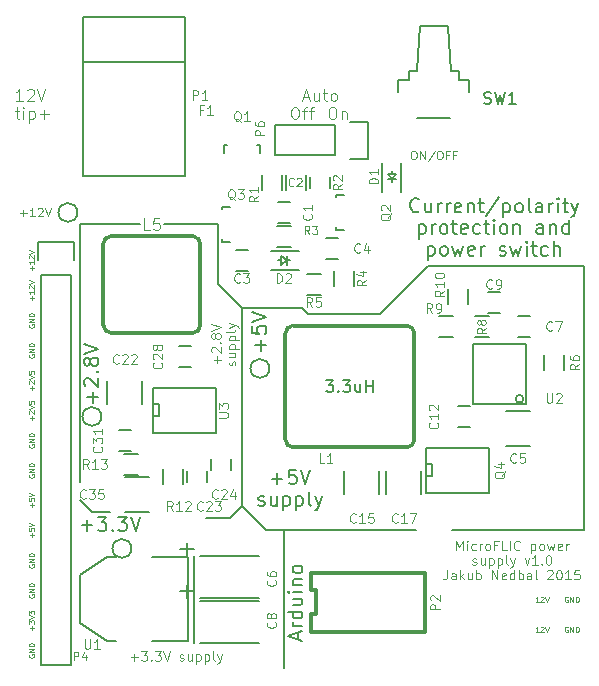
<source format=gto>
G04 #@! TF.FileFunction,Legend,Top*
%FSLAX46Y46*%
G04 Gerber Fmt 4.6, Leading zero omitted, Abs format (unit mm)*
G04 Created by KiCad (PCBNEW 4.0.0-2.201512091501+6195~38~ubuntu14.04.1-stable) date Wed 16 Dec 2015 16:03:56 GMT*
%MOMM*%
G01*
G04 APERTURE LIST*
%ADD10C,0.100000*%
%ADD11C,0.120000*%
%ADD12C,0.110000*%
%ADD13C,0.150000*%
%ADD14C,0.200000*%
%ADD15C,0.300000*%
%ADD16C,0.127000*%
%ADD17C,0.152400*%
G04 APERTURE END LIST*
D10*
D11*
X101345905Y-101800381D02*
X100774476Y-101800381D01*
X101060190Y-101800381D02*
X101060190Y-100800381D01*
X100964952Y-100943238D01*
X100869714Y-101038476D01*
X100774476Y-101086095D01*
X101726857Y-100895619D02*
X101774476Y-100848000D01*
X101869714Y-100800381D01*
X102107810Y-100800381D01*
X102203048Y-100848000D01*
X102250667Y-100895619D01*
X102298286Y-100990857D01*
X102298286Y-101086095D01*
X102250667Y-101228952D01*
X101679238Y-101800381D01*
X102298286Y-101800381D01*
X102584000Y-100800381D02*
X102917333Y-101800381D01*
X103250667Y-100800381D01*
X100679238Y-102653714D02*
X101060190Y-102653714D01*
X100822095Y-102320381D02*
X100822095Y-103177524D01*
X100869714Y-103272762D01*
X100964952Y-103320381D01*
X101060190Y-103320381D01*
X101393524Y-103320381D02*
X101393524Y-102653714D01*
X101393524Y-102320381D02*
X101345905Y-102368000D01*
X101393524Y-102415619D01*
X101441143Y-102368000D01*
X101393524Y-102320381D01*
X101393524Y-102415619D01*
X101869714Y-102653714D02*
X101869714Y-103653714D01*
X101869714Y-102701333D02*
X101964952Y-102653714D01*
X102155429Y-102653714D01*
X102250667Y-102701333D01*
X102298286Y-102748952D01*
X102345905Y-102844190D01*
X102345905Y-103129905D01*
X102298286Y-103225143D01*
X102250667Y-103272762D01*
X102155429Y-103320381D01*
X101964952Y-103320381D01*
X101869714Y-103272762D01*
X102774476Y-102939429D02*
X103536381Y-102939429D01*
X103155429Y-103320381D02*
X103155429Y-102558476D01*
D12*
X134377334Y-106042667D02*
X134510667Y-106042667D01*
X134577334Y-106076000D01*
X134644001Y-106142667D01*
X134677334Y-106276000D01*
X134677334Y-106509333D01*
X134644001Y-106642667D01*
X134577334Y-106709333D01*
X134510667Y-106742667D01*
X134377334Y-106742667D01*
X134310667Y-106709333D01*
X134244001Y-106642667D01*
X134210667Y-106509333D01*
X134210667Y-106276000D01*
X134244001Y-106142667D01*
X134310667Y-106076000D01*
X134377334Y-106042667D01*
X134977334Y-106742667D02*
X134977334Y-106042667D01*
X135377334Y-106742667D01*
X135377334Y-106042667D01*
X136210667Y-106009333D02*
X135610667Y-106909333D01*
X136577333Y-106042667D02*
X136710666Y-106042667D01*
X136777333Y-106076000D01*
X136844000Y-106142667D01*
X136877333Y-106276000D01*
X136877333Y-106509333D01*
X136844000Y-106642667D01*
X136777333Y-106709333D01*
X136710666Y-106742667D01*
X136577333Y-106742667D01*
X136510666Y-106709333D01*
X136444000Y-106642667D01*
X136410666Y-106509333D01*
X136410666Y-106276000D01*
X136444000Y-106142667D01*
X136510666Y-106076000D01*
X136577333Y-106042667D01*
X137410666Y-106376000D02*
X137177333Y-106376000D01*
X137177333Y-106742667D02*
X137177333Y-106042667D01*
X137510666Y-106042667D01*
X138010666Y-106376000D02*
X137777333Y-106376000D01*
X137777333Y-106742667D02*
X137777333Y-106042667D01*
X138110666Y-106042667D01*
D10*
X147485143Y-146333000D02*
X147442286Y-146311571D01*
X147378000Y-146311571D01*
X147313715Y-146333000D01*
X147270857Y-146375857D01*
X147249429Y-146418714D01*
X147228000Y-146504429D01*
X147228000Y-146568714D01*
X147249429Y-146654429D01*
X147270857Y-146697286D01*
X147313715Y-146740143D01*
X147378000Y-146761571D01*
X147420857Y-146761571D01*
X147485143Y-146740143D01*
X147506572Y-146718714D01*
X147506572Y-146568714D01*
X147420857Y-146568714D01*
X147699429Y-146761571D02*
X147699429Y-146311571D01*
X147956572Y-146761571D01*
X147956572Y-146311571D01*
X148170858Y-146761571D02*
X148170858Y-146311571D01*
X148278001Y-146311571D01*
X148342286Y-146333000D01*
X148385144Y-146375857D01*
X148406572Y-146418714D01*
X148428001Y-146504429D01*
X148428001Y-146568714D01*
X148406572Y-146654429D01*
X148385144Y-146697286D01*
X148342286Y-146740143D01*
X148278001Y-146761571D01*
X148170858Y-146761571D01*
X147485143Y-143793000D02*
X147442286Y-143771571D01*
X147378000Y-143771571D01*
X147313715Y-143793000D01*
X147270857Y-143835857D01*
X147249429Y-143878714D01*
X147228000Y-143964429D01*
X147228000Y-144028714D01*
X147249429Y-144114429D01*
X147270857Y-144157286D01*
X147313715Y-144200143D01*
X147378000Y-144221571D01*
X147420857Y-144221571D01*
X147485143Y-144200143D01*
X147506572Y-144178714D01*
X147506572Y-144028714D01*
X147420857Y-144028714D01*
X147699429Y-144221571D02*
X147699429Y-143771571D01*
X147956572Y-144221571D01*
X147956572Y-143771571D01*
X148170858Y-144221571D02*
X148170858Y-143771571D01*
X148278001Y-143771571D01*
X148342286Y-143793000D01*
X148385144Y-143835857D01*
X148406572Y-143878714D01*
X148428001Y-143964429D01*
X148428001Y-144028714D01*
X148406572Y-144114429D01*
X148385144Y-144157286D01*
X148342286Y-144200143D01*
X148278001Y-144221571D01*
X148170858Y-144221571D01*
X145009429Y-146761571D02*
X144752286Y-146761571D01*
X144880858Y-146761571D02*
X144880858Y-146311571D01*
X144838001Y-146375857D01*
X144795143Y-146418714D01*
X144752286Y-146440143D01*
X145180857Y-146354429D02*
X145202286Y-146333000D01*
X145245143Y-146311571D01*
X145352286Y-146311571D01*
X145395143Y-146333000D01*
X145416572Y-146354429D01*
X145438000Y-146397286D01*
X145438000Y-146440143D01*
X145416572Y-146504429D01*
X145159429Y-146761571D01*
X145438000Y-146761571D01*
X145566571Y-146311571D02*
X145716571Y-146761571D01*
X145866571Y-146311571D01*
X145009429Y-144221571D02*
X144752286Y-144221571D01*
X144880858Y-144221571D02*
X144880858Y-143771571D01*
X144838001Y-143835857D01*
X144795143Y-143878714D01*
X144752286Y-143900143D01*
X145180857Y-143814429D02*
X145202286Y-143793000D01*
X145245143Y-143771571D01*
X145352286Y-143771571D01*
X145395143Y-143793000D01*
X145416572Y-143814429D01*
X145438000Y-143857286D01*
X145438000Y-143900143D01*
X145416572Y-143964429D01*
X145159429Y-144221571D01*
X145438000Y-144221571D01*
X145566571Y-143771571D02*
X145716571Y-144221571D01*
X145866571Y-143771571D01*
X102140143Y-146588856D02*
X102140143Y-146245999D01*
X102311571Y-146417428D02*
X101968714Y-146417428D01*
X101861571Y-146074570D02*
X101861571Y-145795999D01*
X102033000Y-145945999D01*
X102033000Y-145881713D01*
X102054429Y-145838856D01*
X102075857Y-145817427D01*
X102118714Y-145795999D01*
X102225857Y-145795999D01*
X102268714Y-145817427D01*
X102290143Y-145838856D01*
X102311571Y-145881713D01*
X102311571Y-146010285D01*
X102290143Y-146053142D01*
X102268714Y-146074570D01*
X101861571Y-145667428D02*
X102311571Y-145517428D01*
X101861571Y-145367428D01*
X101861571Y-145260285D02*
X101861571Y-144981714D01*
X102033000Y-145131714D01*
X102033000Y-145067428D01*
X102054429Y-145024571D01*
X102075857Y-145003142D01*
X102118714Y-144981714D01*
X102225857Y-144981714D01*
X102268714Y-145003142D01*
X102290143Y-145024571D01*
X102311571Y-145067428D01*
X102311571Y-145196000D01*
X102290143Y-145238857D01*
X102268714Y-145260285D01*
X102140143Y-138754571D02*
X102140143Y-138411714D01*
X102311571Y-138583143D02*
X101968714Y-138583143D01*
X101861571Y-137983142D02*
X101861571Y-138197428D01*
X102075857Y-138218857D01*
X102054429Y-138197428D01*
X102033000Y-138154571D01*
X102033000Y-138047428D01*
X102054429Y-138004571D01*
X102075857Y-137983142D01*
X102118714Y-137961714D01*
X102225857Y-137961714D01*
X102268714Y-137983142D01*
X102290143Y-138004571D01*
X102311571Y-138047428D01*
X102311571Y-138154571D01*
X102290143Y-138197428D01*
X102268714Y-138218857D01*
X101861571Y-137833143D02*
X102311571Y-137683143D01*
X101861571Y-137533143D01*
X102140143Y-136214571D02*
X102140143Y-135871714D01*
X102311571Y-136043143D02*
X101968714Y-136043143D01*
X101861571Y-135443142D02*
X101861571Y-135657428D01*
X102075857Y-135678857D01*
X102054429Y-135657428D01*
X102033000Y-135614571D01*
X102033000Y-135507428D01*
X102054429Y-135464571D01*
X102075857Y-135443142D01*
X102118714Y-135421714D01*
X102225857Y-135421714D01*
X102268714Y-135443142D01*
X102290143Y-135464571D01*
X102311571Y-135507428D01*
X102311571Y-135614571D01*
X102290143Y-135657428D01*
X102268714Y-135678857D01*
X101861571Y-135293143D02*
X102311571Y-135143143D01*
X101861571Y-134993143D01*
X102140143Y-128808856D02*
X102140143Y-128465999D01*
X102311571Y-128637428D02*
X101968714Y-128637428D01*
X101904429Y-128273142D02*
X101883000Y-128251713D01*
X101861571Y-128208856D01*
X101861571Y-128101713D01*
X101883000Y-128058856D01*
X101904429Y-128037427D01*
X101947286Y-128015999D01*
X101990143Y-128015999D01*
X102054429Y-128037427D01*
X102311571Y-128294570D01*
X102311571Y-128015999D01*
X101861571Y-127887428D02*
X102311571Y-127737428D01*
X101861571Y-127587428D01*
X101861571Y-127223142D02*
X101861571Y-127437428D01*
X102075857Y-127458857D01*
X102054429Y-127437428D01*
X102033000Y-127394571D01*
X102033000Y-127287428D01*
X102054429Y-127244571D01*
X102075857Y-127223142D01*
X102118714Y-127201714D01*
X102225857Y-127201714D01*
X102268714Y-127223142D01*
X102290143Y-127244571D01*
X102311571Y-127287428D01*
X102311571Y-127394571D01*
X102290143Y-127437428D01*
X102268714Y-127458857D01*
X102140143Y-126268856D02*
X102140143Y-125925999D01*
X102311571Y-126097428D02*
X101968714Y-126097428D01*
X101904429Y-125733142D02*
X101883000Y-125711713D01*
X101861571Y-125668856D01*
X101861571Y-125561713D01*
X101883000Y-125518856D01*
X101904429Y-125497427D01*
X101947286Y-125475999D01*
X101990143Y-125475999D01*
X102054429Y-125497427D01*
X102311571Y-125754570D01*
X102311571Y-125475999D01*
X101861571Y-125347428D02*
X102311571Y-125197428D01*
X101861571Y-125047428D01*
X101861571Y-124683142D02*
X101861571Y-124897428D01*
X102075857Y-124918857D01*
X102054429Y-124897428D01*
X102033000Y-124854571D01*
X102033000Y-124747428D01*
X102054429Y-124704571D01*
X102075857Y-124683142D01*
X102118714Y-124661714D01*
X102225857Y-124661714D01*
X102268714Y-124683142D01*
X102290143Y-124704571D01*
X102311571Y-124747428D01*
X102311571Y-124854571D01*
X102290143Y-124897428D01*
X102268714Y-124918857D01*
X101883000Y-148678857D02*
X101861571Y-148721714D01*
X101861571Y-148786000D01*
X101883000Y-148850285D01*
X101925857Y-148893143D01*
X101968714Y-148914571D01*
X102054429Y-148936000D01*
X102118714Y-148936000D01*
X102204429Y-148914571D01*
X102247286Y-148893143D01*
X102290143Y-148850285D01*
X102311571Y-148786000D01*
X102311571Y-148743143D01*
X102290143Y-148678857D01*
X102268714Y-148657428D01*
X102118714Y-148657428D01*
X102118714Y-148743143D01*
X102311571Y-148464571D02*
X101861571Y-148464571D01*
X102311571Y-148207428D01*
X101861571Y-148207428D01*
X102311571Y-147993142D02*
X101861571Y-147993142D01*
X101861571Y-147885999D01*
X101883000Y-147821714D01*
X101925857Y-147778856D01*
X101968714Y-147757428D01*
X102054429Y-147735999D01*
X102118714Y-147735999D01*
X102204429Y-147757428D01*
X102247286Y-147778856D01*
X102290143Y-147821714D01*
X102311571Y-147885999D01*
X102311571Y-147993142D01*
X101883000Y-143598857D02*
X101861571Y-143641714D01*
X101861571Y-143706000D01*
X101883000Y-143770285D01*
X101925857Y-143813143D01*
X101968714Y-143834571D01*
X102054429Y-143856000D01*
X102118714Y-143856000D01*
X102204429Y-143834571D01*
X102247286Y-143813143D01*
X102290143Y-143770285D01*
X102311571Y-143706000D01*
X102311571Y-143663143D01*
X102290143Y-143598857D01*
X102268714Y-143577428D01*
X102118714Y-143577428D01*
X102118714Y-143663143D01*
X102311571Y-143384571D02*
X101861571Y-143384571D01*
X102311571Y-143127428D01*
X101861571Y-143127428D01*
X102311571Y-142913142D02*
X101861571Y-142913142D01*
X101861571Y-142805999D01*
X101883000Y-142741714D01*
X101925857Y-142698856D01*
X101968714Y-142677428D01*
X102054429Y-142655999D01*
X102118714Y-142655999D01*
X102204429Y-142677428D01*
X102247286Y-142698856D01*
X102290143Y-142741714D01*
X102311571Y-142805999D01*
X102311571Y-142913142D01*
X101883000Y-141058857D02*
X101861571Y-141101714D01*
X101861571Y-141166000D01*
X101883000Y-141230285D01*
X101925857Y-141273143D01*
X101968714Y-141294571D01*
X102054429Y-141316000D01*
X102118714Y-141316000D01*
X102204429Y-141294571D01*
X102247286Y-141273143D01*
X102290143Y-141230285D01*
X102311571Y-141166000D01*
X102311571Y-141123143D01*
X102290143Y-141058857D01*
X102268714Y-141037428D01*
X102118714Y-141037428D01*
X102118714Y-141123143D01*
X102311571Y-140844571D02*
X101861571Y-140844571D01*
X102311571Y-140587428D01*
X101861571Y-140587428D01*
X102311571Y-140373142D02*
X101861571Y-140373142D01*
X101861571Y-140265999D01*
X101883000Y-140201714D01*
X101925857Y-140158856D01*
X101968714Y-140137428D01*
X102054429Y-140115999D01*
X102118714Y-140115999D01*
X102204429Y-140137428D01*
X102247286Y-140158856D01*
X102290143Y-140201714D01*
X102311571Y-140265999D01*
X102311571Y-140373142D01*
X101883000Y-133438857D02*
X101861571Y-133481714D01*
X101861571Y-133546000D01*
X101883000Y-133610285D01*
X101925857Y-133653143D01*
X101968714Y-133674571D01*
X102054429Y-133696000D01*
X102118714Y-133696000D01*
X102204429Y-133674571D01*
X102247286Y-133653143D01*
X102290143Y-133610285D01*
X102311571Y-133546000D01*
X102311571Y-133503143D01*
X102290143Y-133438857D01*
X102268714Y-133417428D01*
X102118714Y-133417428D01*
X102118714Y-133503143D01*
X102311571Y-133224571D02*
X101861571Y-133224571D01*
X102311571Y-132967428D01*
X101861571Y-132967428D01*
X102311571Y-132753142D02*
X101861571Y-132753142D01*
X101861571Y-132645999D01*
X101883000Y-132581714D01*
X101925857Y-132538856D01*
X101968714Y-132517428D01*
X102054429Y-132495999D01*
X102118714Y-132495999D01*
X102204429Y-132517428D01*
X102247286Y-132538856D01*
X102290143Y-132581714D01*
X102311571Y-132645999D01*
X102311571Y-132753142D01*
X101883000Y-130898857D02*
X101861571Y-130941714D01*
X101861571Y-131006000D01*
X101883000Y-131070285D01*
X101925857Y-131113143D01*
X101968714Y-131134571D01*
X102054429Y-131156000D01*
X102118714Y-131156000D01*
X102204429Y-131134571D01*
X102247286Y-131113143D01*
X102290143Y-131070285D01*
X102311571Y-131006000D01*
X102311571Y-130963143D01*
X102290143Y-130898857D01*
X102268714Y-130877428D01*
X102118714Y-130877428D01*
X102118714Y-130963143D01*
X102311571Y-130684571D02*
X101861571Y-130684571D01*
X102311571Y-130427428D01*
X101861571Y-130427428D01*
X102311571Y-130213142D02*
X101861571Y-130213142D01*
X101861571Y-130105999D01*
X101883000Y-130041714D01*
X101925857Y-129998856D01*
X101968714Y-129977428D01*
X102054429Y-129955999D01*
X102118714Y-129955999D01*
X102204429Y-129977428D01*
X102247286Y-129998856D01*
X102290143Y-130041714D01*
X102311571Y-130105999D01*
X102311571Y-130213142D01*
X101883000Y-123278857D02*
X101861571Y-123321714D01*
X101861571Y-123386000D01*
X101883000Y-123450285D01*
X101925857Y-123493143D01*
X101968714Y-123514571D01*
X102054429Y-123536000D01*
X102118714Y-123536000D01*
X102204429Y-123514571D01*
X102247286Y-123493143D01*
X102290143Y-123450285D01*
X102311571Y-123386000D01*
X102311571Y-123343143D01*
X102290143Y-123278857D01*
X102268714Y-123257428D01*
X102118714Y-123257428D01*
X102118714Y-123343143D01*
X102311571Y-123064571D02*
X101861571Y-123064571D01*
X102311571Y-122807428D01*
X101861571Y-122807428D01*
X102311571Y-122593142D02*
X101861571Y-122593142D01*
X101861571Y-122485999D01*
X101883000Y-122421714D01*
X101925857Y-122378856D01*
X101968714Y-122357428D01*
X102054429Y-122335999D01*
X102118714Y-122335999D01*
X102204429Y-122357428D01*
X102247286Y-122378856D01*
X102290143Y-122421714D01*
X102311571Y-122485999D01*
X102311571Y-122593142D01*
X101883000Y-120738857D02*
X101861571Y-120781714D01*
X101861571Y-120846000D01*
X101883000Y-120910285D01*
X101925857Y-120953143D01*
X101968714Y-120974571D01*
X102054429Y-120996000D01*
X102118714Y-120996000D01*
X102204429Y-120974571D01*
X102247286Y-120953143D01*
X102290143Y-120910285D01*
X102311571Y-120846000D01*
X102311571Y-120803143D01*
X102290143Y-120738857D01*
X102268714Y-120717428D01*
X102118714Y-120717428D01*
X102118714Y-120803143D01*
X102311571Y-120524571D02*
X101861571Y-120524571D01*
X102311571Y-120267428D01*
X101861571Y-120267428D01*
X102311571Y-120053142D02*
X101861571Y-120053142D01*
X101861571Y-119945999D01*
X101883000Y-119881714D01*
X101925857Y-119838856D01*
X101968714Y-119817428D01*
X102054429Y-119795999D01*
X102118714Y-119795999D01*
X102204429Y-119817428D01*
X102247286Y-119838856D01*
X102290143Y-119881714D01*
X102311571Y-119945999D01*
X102311571Y-120053142D01*
X102140143Y-118648856D02*
X102140143Y-118305999D01*
X102311571Y-118477428D02*
X101968714Y-118477428D01*
X102311571Y-117855999D02*
X102311571Y-118113142D01*
X102311571Y-117984570D02*
X101861571Y-117984570D01*
X101925857Y-118027427D01*
X101968714Y-118070285D01*
X101990143Y-118113142D01*
X101904429Y-117684571D02*
X101883000Y-117663142D01*
X101861571Y-117620285D01*
X101861571Y-117513142D01*
X101883000Y-117470285D01*
X101904429Y-117448856D01*
X101947286Y-117427428D01*
X101990143Y-117427428D01*
X102054429Y-117448856D01*
X102311571Y-117705999D01*
X102311571Y-117427428D01*
X101861571Y-117298857D02*
X102311571Y-117148857D01*
X101861571Y-116998857D01*
X102140143Y-116108856D02*
X102140143Y-115765999D01*
X102311571Y-115937428D02*
X101968714Y-115937428D01*
X102311571Y-115315999D02*
X102311571Y-115573142D01*
X102311571Y-115444570D02*
X101861571Y-115444570D01*
X101925857Y-115487427D01*
X101968714Y-115530285D01*
X101990143Y-115573142D01*
X101904429Y-115144571D02*
X101883000Y-115123142D01*
X101861571Y-115080285D01*
X101861571Y-114973142D01*
X101883000Y-114930285D01*
X101904429Y-114908856D01*
X101947286Y-114887428D01*
X101990143Y-114887428D01*
X102054429Y-114908856D01*
X102311571Y-115165999D01*
X102311571Y-114887428D01*
X101861571Y-114758857D02*
X102311571Y-114608857D01*
X101861571Y-114458857D01*
D11*
X138043238Y-139837905D02*
X138043238Y-139037905D01*
X138309905Y-139609333D01*
X138576572Y-139037905D01*
X138576572Y-139837905D01*
X138957524Y-139837905D02*
X138957524Y-139304571D01*
X138957524Y-139037905D02*
X138919429Y-139076000D01*
X138957524Y-139114095D01*
X138995619Y-139076000D01*
X138957524Y-139037905D01*
X138957524Y-139114095D01*
X139681333Y-139799810D02*
X139605143Y-139837905D01*
X139452762Y-139837905D01*
X139376571Y-139799810D01*
X139338476Y-139761714D01*
X139300381Y-139685524D01*
X139300381Y-139456952D01*
X139338476Y-139380762D01*
X139376571Y-139342667D01*
X139452762Y-139304571D01*
X139605143Y-139304571D01*
X139681333Y-139342667D01*
X140024190Y-139837905D02*
X140024190Y-139304571D01*
X140024190Y-139456952D02*
X140062285Y-139380762D01*
X140100381Y-139342667D01*
X140176571Y-139304571D01*
X140252762Y-139304571D01*
X140633714Y-139837905D02*
X140557523Y-139799810D01*
X140519428Y-139761714D01*
X140481333Y-139685524D01*
X140481333Y-139456952D01*
X140519428Y-139380762D01*
X140557523Y-139342667D01*
X140633714Y-139304571D01*
X140748000Y-139304571D01*
X140824190Y-139342667D01*
X140862285Y-139380762D01*
X140900381Y-139456952D01*
X140900381Y-139685524D01*
X140862285Y-139761714D01*
X140824190Y-139799810D01*
X140748000Y-139837905D01*
X140633714Y-139837905D01*
X141509905Y-139418857D02*
X141243238Y-139418857D01*
X141243238Y-139837905D02*
X141243238Y-139037905D01*
X141624191Y-139037905D01*
X142309905Y-139837905D02*
X141928952Y-139837905D01*
X141928952Y-139037905D01*
X142576571Y-139837905D02*
X142576571Y-139037905D01*
X143414666Y-139761714D02*
X143376571Y-139799810D01*
X143262285Y-139837905D01*
X143186095Y-139837905D01*
X143071809Y-139799810D01*
X142995618Y-139723619D01*
X142957523Y-139647429D01*
X142919428Y-139495048D01*
X142919428Y-139380762D01*
X142957523Y-139228381D01*
X142995618Y-139152190D01*
X143071809Y-139076000D01*
X143186095Y-139037905D01*
X143262285Y-139037905D01*
X143376571Y-139076000D01*
X143414666Y-139114095D01*
X144367047Y-139304571D02*
X144367047Y-140104571D01*
X144367047Y-139342667D02*
X144443238Y-139304571D01*
X144595619Y-139304571D01*
X144671809Y-139342667D01*
X144709904Y-139380762D01*
X144748000Y-139456952D01*
X144748000Y-139685524D01*
X144709904Y-139761714D01*
X144671809Y-139799810D01*
X144595619Y-139837905D01*
X144443238Y-139837905D01*
X144367047Y-139799810D01*
X145205143Y-139837905D02*
X145128952Y-139799810D01*
X145090857Y-139761714D01*
X145052762Y-139685524D01*
X145052762Y-139456952D01*
X145090857Y-139380762D01*
X145128952Y-139342667D01*
X145205143Y-139304571D01*
X145319429Y-139304571D01*
X145395619Y-139342667D01*
X145433714Y-139380762D01*
X145471810Y-139456952D01*
X145471810Y-139685524D01*
X145433714Y-139761714D01*
X145395619Y-139799810D01*
X145319429Y-139837905D01*
X145205143Y-139837905D01*
X145738477Y-139304571D02*
X145890858Y-139837905D01*
X146043239Y-139456952D01*
X146195620Y-139837905D01*
X146348001Y-139304571D01*
X146957524Y-139799810D02*
X146881334Y-139837905D01*
X146728953Y-139837905D01*
X146652762Y-139799810D01*
X146614667Y-139723619D01*
X146614667Y-139418857D01*
X146652762Y-139342667D01*
X146728953Y-139304571D01*
X146881334Y-139304571D01*
X146957524Y-139342667D01*
X146995619Y-139418857D01*
X146995619Y-139495048D01*
X146614667Y-139571238D01*
X147338476Y-139837905D02*
X147338476Y-139304571D01*
X147338476Y-139456952D02*
X147376571Y-139380762D01*
X147414667Y-139342667D01*
X147490857Y-139304571D01*
X147567048Y-139304571D01*
X139414666Y-141039810D02*
X139490856Y-141077905D01*
X139643237Y-141077905D01*
X139719428Y-141039810D01*
X139757523Y-140963619D01*
X139757523Y-140925524D01*
X139719428Y-140849333D01*
X139643237Y-140811238D01*
X139528952Y-140811238D01*
X139452761Y-140773143D01*
X139414666Y-140696952D01*
X139414666Y-140658857D01*
X139452761Y-140582667D01*
X139528952Y-140544571D01*
X139643237Y-140544571D01*
X139719428Y-140582667D01*
X140443237Y-140544571D02*
X140443237Y-141077905D01*
X140100380Y-140544571D02*
X140100380Y-140963619D01*
X140138475Y-141039810D01*
X140214666Y-141077905D01*
X140328952Y-141077905D01*
X140405142Y-141039810D01*
X140443237Y-141001714D01*
X140824190Y-140544571D02*
X140824190Y-141344571D01*
X140824190Y-140582667D02*
X140900381Y-140544571D01*
X141052762Y-140544571D01*
X141128952Y-140582667D01*
X141167047Y-140620762D01*
X141205143Y-140696952D01*
X141205143Y-140925524D01*
X141167047Y-141001714D01*
X141128952Y-141039810D01*
X141052762Y-141077905D01*
X140900381Y-141077905D01*
X140824190Y-141039810D01*
X141548000Y-140544571D02*
X141548000Y-141344571D01*
X141548000Y-140582667D02*
X141624191Y-140544571D01*
X141776572Y-140544571D01*
X141852762Y-140582667D01*
X141890857Y-140620762D01*
X141928953Y-140696952D01*
X141928953Y-140925524D01*
X141890857Y-141001714D01*
X141852762Y-141039810D01*
X141776572Y-141077905D01*
X141624191Y-141077905D01*
X141548000Y-141039810D01*
X142386096Y-141077905D02*
X142309905Y-141039810D01*
X142271810Y-140963619D01*
X142271810Y-140277905D01*
X142614668Y-140544571D02*
X142805144Y-141077905D01*
X142995620Y-140544571D02*
X142805144Y-141077905D01*
X142728953Y-141268381D01*
X142690858Y-141306476D01*
X142614668Y-141344571D01*
X143833716Y-140544571D02*
X144024192Y-141077905D01*
X144214668Y-140544571D01*
X144938478Y-141077905D02*
X144481335Y-141077905D01*
X144709906Y-141077905D02*
X144709906Y-140277905D01*
X144633716Y-140392190D01*
X144557525Y-140468381D01*
X144481335Y-140506476D01*
X145281335Y-141001714D02*
X145319430Y-141039810D01*
X145281335Y-141077905D01*
X145243240Y-141039810D01*
X145281335Y-141001714D01*
X145281335Y-141077905D01*
X145814668Y-140277905D02*
X145890859Y-140277905D01*
X145967049Y-140316000D01*
X146005144Y-140354095D01*
X146043240Y-140430286D01*
X146081335Y-140582667D01*
X146081335Y-140773143D01*
X146043240Y-140925524D01*
X146005144Y-141001714D01*
X145967049Y-141039810D01*
X145890859Y-141077905D01*
X145814668Y-141077905D01*
X145738478Y-141039810D01*
X145700382Y-141001714D01*
X145662287Y-140925524D01*
X145624192Y-140773143D01*
X145624192Y-140582667D01*
X145662287Y-140430286D01*
X145700382Y-140354095D01*
X145738478Y-140316000D01*
X145814668Y-140277905D01*
X137262284Y-141517905D02*
X137262284Y-142089333D01*
X137224188Y-142203619D01*
X137147998Y-142279810D01*
X137033712Y-142317905D01*
X136957522Y-142317905D01*
X137986093Y-142317905D02*
X137986093Y-141898857D01*
X137947998Y-141822667D01*
X137871808Y-141784571D01*
X137719427Y-141784571D01*
X137643236Y-141822667D01*
X137986093Y-142279810D02*
X137909903Y-142317905D01*
X137719427Y-142317905D01*
X137643236Y-142279810D01*
X137605141Y-142203619D01*
X137605141Y-142127429D01*
X137643236Y-142051238D01*
X137719427Y-142013143D01*
X137909903Y-142013143D01*
X137986093Y-141975048D01*
X138367046Y-142317905D02*
X138367046Y-141517905D01*
X138443237Y-142013143D02*
X138671808Y-142317905D01*
X138671808Y-141784571D02*
X138367046Y-142089333D01*
X139357522Y-141784571D02*
X139357522Y-142317905D01*
X139014665Y-141784571D02*
X139014665Y-142203619D01*
X139052760Y-142279810D01*
X139128951Y-142317905D01*
X139243237Y-142317905D01*
X139319427Y-142279810D01*
X139357522Y-142241714D01*
X139738475Y-142317905D02*
X139738475Y-141517905D01*
X139738475Y-141822667D02*
X139814666Y-141784571D01*
X139967047Y-141784571D01*
X140043237Y-141822667D01*
X140081332Y-141860762D01*
X140119428Y-141936952D01*
X140119428Y-142165524D01*
X140081332Y-142241714D01*
X140043237Y-142279810D01*
X139967047Y-142317905D01*
X139814666Y-142317905D01*
X139738475Y-142279810D01*
X141071809Y-142317905D02*
X141071809Y-141517905D01*
X141528952Y-142317905D01*
X141528952Y-141517905D01*
X142214666Y-142279810D02*
X142138476Y-142317905D01*
X141986095Y-142317905D01*
X141909904Y-142279810D01*
X141871809Y-142203619D01*
X141871809Y-141898857D01*
X141909904Y-141822667D01*
X141986095Y-141784571D01*
X142138476Y-141784571D01*
X142214666Y-141822667D01*
X142252761Y-141898857D01*
X142252761Y-141975048D01*
X141871809Y-142051238D01*
X142938475Y-142317905D02*
X142938475Y-141517905D01*
X142938475Y-142279810D02*
X142862285Y-142317905D01*
X142709904Y-142317905D01*
X142633713Y-142279810D01*
X142595618Y-142241714D01*
X142557523Y-142165524D01*
X142557523Y-141936952D01*
X142595618Y-141860762D01*
X142633713Y-141822667D01*
X142709904Y-141784571D01*
X142862285Y-141784571D01*
X142938475Y-141822667D01*
X143319428Y-142317905D02*
X143319428Y-141517905D01*
X143319428Y-141822667D02*
X143395619Y-141784571D01*
X143548000Y-141784571D01*
X143624190Y-141822667D01*
X143662285Y-141860762D01*
X143700381Y-141936952D01*
X143700381Y-142165524D01*
X143662285Y-142241714D01*
X143624190Y-142279810D01*
X143548000Y-142317905D01*
X143395619Y-142317905D01*
X143319428Y-142279810D01*
X144386095Y-142317905D02*
X144386095Y-141898857D01*
X144348000Y-141822667D01*
X144271810Y-141784571D01*
X144119429Y-141784571D01*
X144043238Y-141822667D01*
X144386095Y-142279810D02*
X144309905Y-142317905D01*
X144119429Y-142317905D01*
X144043238Y-142279810D01*
X144005143Y-142203619D01*
X144005143Y-142127429D01*
X144043238Y-142051238D01*
X144119429Y-142013143D01*
X144309905Y-142013143D01*
X144386095Y-141975048D01*
X144881334Y-142317905D02*
X144805143Y-142279810D01*
X144767048Y-142203619D01*
X144767048Y-141517905D01*
X145757525Y-141594095D02*
X145795620Y-141556000D01*
X145871811Y-141517905D01*
X146062287Y-141517905D01*
X146138477Y-141556000D01*
X146176573Y-141594095D01*
X146214668Y-141670286D01*
X146214668Y-141746476D01*
X146176573Y-141860762D01*
X145719430Y-142317905D01*
X146214668Y-142317905D01*
X146709906Y-141517905D02*
X146786097Y-141517905D01*
X146862287Y-141556000D01*
X146900382Y-141594095D01*
X146938478Y-141670286D01*
X146976573Y-141822667D01*
X146976573Y-142013143D01*
X146938478Y-142165524D01*
X146900382Y-142241714D01*
X146862287Y-142279810D01*
X146786097Y-142317905D01*
X146709906Y-142317905D01*
X146633716Y-142279810D01*
X146595620Y-142241714D01*
X146557525Y-142165524D01*
X146519430Y-142013143D01*
X146519430Y-141822667D01*
X146557525Y-141670286D01*
X146595620Y-141594095D01*
X146633716Y-141556000D01*
X146709906Y-141517905D01*
X147738478Y-142317905D02*
X147281335Y-142317905D01*
X147509906Y-142317905D02*
X147509906Y-141517905D01*
X147433716Y-141632190D01*
X147357525Y-141708381D01*
X147281335Y-141746476D01*
X148462288Y-141517905D02*
X148081335Y-141517905D01*
X148043240Y-141898857D01*
X148081335Y-141860762D01*
X148157526Y-141822667D01*
X148348002Y-141822667D01*
X148424192Y-141860762D01*
X148462288Y-141898857D01*
X148500383Y-141975048D01*
X148500383Y-142165524D01*
X148462288Y-142241714D01*
X148424192Y-142279810D01*
X148348002Y-142317905D01*
X148157526Y-142317905D01*
X148081335Y-142279810D01*
X148043240Y-142241714D01*
D13*
X134881145Y-111120571D02*
X134824002Y-111177714D01*
X134652573Y-111234857D01*
X134538287Y-111234857D01*
X134366859Y-111177714D01*
X134252573Y-111063429D01*
X134195430Y-110949143D01*
X134138287Y-110720571D01*
X134138287Y-110549143D01*
X134195430Y-110320571D01*
X134252573Y-110206286D01*
X134366859Y-110092000D01*
X134538287Y-110034857D01*
X134652573Y-110034857D01*
X134824002Y-110092000D01*
X134881145Y-110149143D01*
X135909716Y-110434857D02*
X135909716Y-111234857D01*
X135395430Y-110434857D02*
X135395430Y-111063429D01*
X135452573Y-111177714D01*
X135566859Y-111234857D01*
X135738287Y-111234857D01*
X135852573Y-111177714D01*
X135909716Y-111120571D01*
X136481144Y-111234857D02*
X136481144Y-110434857D01*
X136481144Y-110663429D02*
X136538287Y-110549143D01*
X136595430Y-110492000D01*
X136709716Y-110434857D01*
X136824001Y-110434857D01*
X137224001Y-111234857D02*
X137224001Y-110434857D01*
X137224001Y-110663429D02*
X137281144Y-110549143D01*
X137338287Y-110492000D01*
X137452573Y-110434857D01*
X137566858Y-110434857D01*
X138424001Y-111177714D02*
X138309715Y-111234857D01*
X138081144Y-111234857D01*
X137966858Y-111177714D01*
X137909715Y-111063429D01*
X137909715Y-110606286D01*
X137966858Y-110492000D01*
X138081144Y-110434857D01*
X138309715Y-110434857D01*
X138424001Y-110492000D01*
X138481144Y-110606286D01*
X138481144Y-110720571D01*
X137909715Y-110834857D01*
X138995429Y-110434857D02*
X138995429Y-111234857D01*
X138995429Y-110549143D02*
X139052572Y-110492000D01*
X139166858Y-110434857D01*
X139338286Y-110434857D01*
X139452572Y-110492000D01*
X139509715Y-110606286D01*
X139509715Y-111234857D01*
X139909715Y-110434857D02*
X140366858Y-110434857D01*
X140081143Y-110034857D02*
X140081143Y-111063429D01*
X140138286Y-111177714D01*
X140252572Y-111234857D01*
X140366858Y-111234857D01*
X141624000Y-109977714D02*
X140595429Y-111520571D01*
X142024000Y-110434857D02*
X142024000Y-111634857D01*
X142024000Y-110492000D02*
X142138286Y-110434857D01*
X142366857Y-110434857D01*
X142481143Y-110492000D01*
X142538286Y-110549143D01*
X142595429Y-110663429D01*
X142595429Y-111006286D01*
X142538286Y-111120571D01*
X142481143Y-111177714D01*
X142366857Y-111234857D01*
X142138286Y-111234857D01*
X142024000Y-111177714D01*
X143281143Y-111234857D02*
X143166857Y-111177714D01*
X143109714Y-111120571D01*
X143052571Y-111006286D01*
X143052571Y-110663429D01*
X143109714Y-110549143D01*
X143166857Y-110492000D01*
X143281143Y-110434857D01*
X143452571Y-110434857D01*
X143566857Y-110492000D01*
X143624000Y-110549143D01*
X143681143Y-110663429D01*
X143681143Y-111006286D01*
X143624000Y-111120571D01*
X143566857Y-111177714D01*
X143452571Y-111234857D01*
X143281143Y-111234857D01*
X144366857Y-111234857D02*
X144252571Y-111177714D01*
X144195428Y-111063429D01*
X144195428Y-110034857D01*
X145338285Y-111234857D02*
X145338285Y-110606286D01*
X145281142Y-110492000D01*
X145166856Y-110434857D01*
X144938285Y-110434857D01*
X144823999Y-110492000D01*
X145338285Y-111177714D02*
X145223999Y-111234857D01*
X144938285Y-111234857D01*
X144823999Y-111177714D01*
X144766856Y-111063429D01*
X144766856Y-110949143D01*
X144823999Y-110834857D01*
X144938285Y-110777714D01*
X145223999Y-110777714D01*
X145338285Y-110720571D01*
X145909713Y-111234857D02*
X145909713Y-110434857D01*
X145909713Y-110663429D02*
X145966856Y-110549143D01*
X146023999Y-110492000D01*
X146138285Y-110434857D01*
X146252570Y-110434857D01*
X146652570Y-111234857D02*
X146652570Y-110434857D01*
X146652570Y-110034857D02*
X146595427Y-110092000D01*
X146652570Y-110149143D01*
X146709713Y-110092000D01*
X146652570Y-110034857D01*
X146652570Y-110149143D01*
X147052571Y-110434857D02*
X147509714Y-110434857D01*
X147223999Y-110034857D02*
X147223999Y-111063429D01*
X147281142Y-111177714D01*
X147395428Y-111234857D01*
X147509714Y-111234857D01*
X147795428Y-110434857D02*
X148081142Y-111234857D01*
X148366856Y-110434857D02*
X148081142Y-111234857D01*
X147966856Y-111520571D01*
X147909713Y-111577714D01*
X147795428Y-111634857D01*
X134881144Y-112264857D02*
X134881144Y-113464857D01*
X134881144Y-112322000D02*
X134995430Y-112264857D01*
X135224001Y-112264857D01*
X135338287Y-112322000D01*
X135395430Y-112379143D01*
X135452573Y-112493429D01*
X135452573Y-112836286D01*
X135395430Y-112950571D01*
X135338287Y-113007714D01*
X135224001Y-113064857D01*
X134995430Y-113064857D01*
X134881144Y-113007714D01*
X135966858Y-113064857D02*
X135966858Y-112264857D01*
X135966858Y-112493429D02*
X136024001Y-112379143D01*
X136081144Y-112322000D01*
X136195430Y-112264857D01*
X136309715Y-112264857D01*
X136881144Y-113064857D02*
X136766858Y-113007714D01*
X136709715Y-112950571D01*
X136652572Y-112836286D01*
X136652572Y-112493429D01*
X136709715Y-112379143D01*
X136766858Y-112322000D01*
X136881144Y-112264857D01*
X137052572Y-112264857D01*
X137166858Y-112322000D01*
X137224001Y-112379143D01*
X137281144Y-112493429D01*
X137281144Y-112836286D01*
X137224001Y-112950571D01*
X137166858Y-113007714D01*
X137052572Y-113064857D01*
X136881144Y-113064857D01*
X137624001Y-112264857D02*
X138081144Y-112264857D01*
X137795429Y-111864857D02*
X137795429Y-112893429D01*
X137852572Y-113007714D01*
X137966858Y-113064857D01*
X138081144Y-113064857D01*
X138938286Y-113007714D02*
X138824000Y-113064857D01*
X138595429Y-113064857D01*
X138481143Y-113007714D01*
X138424000Y-112893429D01*
X138424000Y-112436286D01*
X138481143Y-112322000D01*
X138595429Y-112264857D01*
X138824000Y-112264857D01*
X138938286Y-112322000D01*
X138995429Y-112436286D01*
X138995429Y-112550571D01*
X138424000Y-112664857D01*
X140024000Y-113007714D02*
X139909714Y-113064857D01*
X139681143Y-113064857D01*
X139566857Y-113007714D01*
X139509714Y-112950571D01*
X139452571Y-112836286D01*
X139452571Y-112493429D01*
X139509714Y-112379143D01*
X139566857Y-112322000D01*
X139681143Y-112264857D01*
X139909714Y-112264857D01*
X140024000Y-112322000D01*
X140366857Y-112264857D02*
X140824000Y-112264857D01*
X140538285Y-111864857D02*
X140538285Y-112893429D01*
X140595428Y-113007714D01*
X140709714Y-113064857D01*
X140824000Y-113064857D01*
X141223999Y-113064857D02*
X141223999Y-112264857D01*
X141223999Y-111864857D02*
X141166856Y-111922000D01*
X141223999Y-111979143D01*
X141281142Y-111922000D01*
X141223999Y-111864857D01*
X141223999Y-111979143D01*
X141966857Y-113064857D02*
X141852571Y-113007714D01*
X141795428Y-112950571D01*
X141738285Y-112836286D01*
X141738285Y-112493429D01*
X141795428Y-112379143D01*
X141852571Y-112322000D01*
X141966857Y-112264857D01*
X142138285Y-112264857D01*
X142252571Y-112322000D01*
X142309714Y-112379143D01*
X142366857Y-112493429D01*
X142366857Y-112836286D01*
X142309714Y-112950571D01*
X142252571Y-113007714D01*
X142138285Y-113064857D01*
X141966857Y-113064857D01*
X142881142Y-112264857D02*
X142881142Y-113064857D01*
X142881142Y-112379143D02*
X142938285Y-112322000D01*
X143052571Y-112264857D01*
X143223999Y-112264857D01*
X143338285Y-112322000D01*
X143395428Y-112436286D01*
X143395428Y-113064857D01*
X145395428Y-113064857D02*
X145395428Y-112436286D01*
X145338285Y-112322000D01*
X145223999Y-112264857D01*
X144995428Y-112264857D01*
X144881142Y-112322000D01*
X145395428Y-113007714D02*
X145281142Y-113064857D01*
X144995428Y-113064857D01*
X144881142Y-113007714D01*
X144823999Y-112893429D01*
X144823999Y-112779143D01*
X144881142Y-112664857D01*
X144995428Y-112607714D01*
X145281142Y-112607714D01*
X145395428Y-112550571D01*
X145966856Y-112264857D02*
X145966856Y-113064857D01*
X145966856Y-112379143D02*
X146023999Y-112322000D01*
X146138285Y-112264857D01*
X146309713Y-112264857D01*
X146423999Y-112322000D01*
X146481142Y-112436286D01*
X146481142Y-113064857D01*
X147566856Y-113064857D02*
X147566856Y-111864857D01*
X147566856Y-113007714D02*
X147452570Y-113064857D01*
X147223999Y-113064857D01*
X147109713Y-113007714D01*
X147052570Y-112950571D01*
X146995427Y-112836286D01*
X146995427Y-112493429D01*
X147052570Y-112379143D01*
X147109713Y-112322000D01*
X147223999Y-112264857D01*
X147452570Y-112264857D01*
X147566856Y-112322000D01*
X135652572Y-114094857D02*
X135652572Y-115294857D01*
X135652572Y-114152000D02*
X135766858Y-114094857D01*
X135995429Y-114094857D01*
X136109715Y-114152000D01*
X136166858Y-114209143D01*
X136224001Y-114323429D01*
X136224001Y-114666286D01*
X136166858Y-114780571D01*
X136109715Y-114837714D01*
X135995429Y-114894857D01*
X135766858Y-114894857D01*
X135652572Y-114837714D01*
X136909715Y-114894857D02*
X136795429Y-114837714D01*
X136738286Y-114780571D01*
X136681143Y-114666286D01*
X136681143Y-114323429D01*
X136738286Y-114209143D01*
X136795429Y-114152000D01*
X136909715Y-114094857D01*
X137081143Y-114094857D01*
X137195429Y-114152000D01*
X137252572Y-114209143D01*
X137309715Y-114323429D01*
X137309715Y-114666286D01*
X137252572Y-114780571D01*
X137195429Y-114837714D01*
X137081143Y-114894857D01*
X136909715Y-114894857D01*
X137709715Y-114094857D02*
X137938286Y-114894857D01*
X138166857Y-114323429D01*
X138395429Y-114894857D01*
X138624000Y-114094857D01*
X139538286Y-114837714D02*
X139424000Y-114894857D01*
X139195429Y-114894857D01*
X139081143Y-114837714D01*
X139024000Y-114723429D01*
X139024000Y-114266286D01*
X139081143Y-114152000D01*
X139195429Y-114094857D01*
X139424000Y-114094857D01*
X139538286Y-114152000D01*
X139595429Y-114266286D01*
X139595429Y-114380571D01*
X139024000Y-114494857D01*
X140109714Y-114894857D02*
X140109714Y-114094857D01*
X140109714Y-114323429D02*
X140166857Y-114209143D01*
X140224000Y-114152000D01*
X140338286Y-114094857D01*
X140452571Y-114094857D01*
X141709714Y-114837714D02*
X141824000Y-114894857D01*
X142052572Y-114894857D01*
X142166857Y-114837714D01*
X142224000Y-114723429D01*
X142224000Y-114666286D01*
X142166857Y-114552000D01*
X142052572Y-114494857D01*
X141881143Y-114494857D01*
X141766857Y-114437714D01*
X141709714Y-114323429D01*
X141709714Y-114266286D01*
X141766857Y-114152000D01*
X141881143Y-114094857D01*
X142052572Y-114094857D01*
X142166857Y-114152000D01*
X142624001Y-114094857D02*
X142852572Y-114894857D01*
X143081143Y-114323429D01*
X143309715Y-114894857D01*
X143538286Y-114094857D01*
X143995429Y-114894857D02*
X143995429Y-114094857D01*
X143995429Y-113694857D02*
X143938286Y-113752000D01*
X143995429Y-113809143D01*
X144052572Y-113752000D01*
X143995429Y-113694857D01*
X143995429Y-113809143D01*
X144395430Y-114094857D02*
X144852573Y-114094857D01*
X144566858Y-113694857D02*
X144566858Y-114723429D01*
X144624001Y-114837714D01*
X144738287Y-114894857D01*
X144852573Y-114894857D01*
X145766858Y-114837714D02*
X145652572Y-114894857D01*
X145424001Y-114894857D01*
X145309715Y-114837714D01*
X145252572Y-114780571D01*
X145195429Y-114666286D01*
X145195429Y-114323429D01*
X145252572Y-114209143D01*
X145309715Y-114152000D01*
X145424001Y-114094857D01*
X145652572Y-114094857D01*
X145766858Y-114152000D01*
X146281143Y-114894857D02*
X146281143Y-113694857D01*
X146795429Y-114894857D02*
X146795429Y-114266286D01*
X146738286Y-114152000D01*
X146624000Y-114094857D01*
X146452572Y-114094857D01*
X146338286Y-114152000D01*
X146281143Y-114209143D01*
X124660000Y-147386285D02*
X124660000Y-146814856D01*
X125002857Y-147500570D02*
X123802857Y-147100570D01*
X125002857Y-146700570D01*
X125002857Y-146300571D02*
X124202857Y-146300571D01*
X124431429Y-146300571D02*
X124317143Y-146243428D01*
X124260000Y-146186285D01*
X124202857Y-146071999D01*
X124202857Y-145957714D01*
X125002857Y-145043428D02*
X123802857Y-145043428D01*
X124945714Y-145043428D02*
X125002857Y-145157714D01*
X125002857Y-145386285D01*
X124945714Y-145500571D01*
X124888571Y-145557714D01*
X124774286Y-145614857D01*
X124431429Y-145614857D01*
X124317143Y-145557714D01*
X124260000Y-145500571D01*
X124202857Y-145386285D01*
X124202857Y-145157714D01*
X124260000Y-145043428D01*
X124202857Y-143957714D02*
X125002857Y-143957714D01*
X124202857Y-144472000D02*
X124831429Y-144472000D01*
X124945714Y-144414857D01*
X125002857Y-144300571D01*
X125002857Y-144129143D01*
X124945714Y-144014857D01*
X124888571Y-143957714D01*
X125002857Y-143386286D02*
X124202857Y-143386286D01*
X123802857Y-143386286D02*
X123860000Y-143443429D01*
X123917143Y-143386286D01*
X123860000Y-143329143D01*
X123802857Y-143386286D01*
X123917143Y-143386286D01*
X124202857Y-142814857D02*
X125002857Y-142814857D01*
X124317143Y-142814857D02*
X124260000Y-142757714D01*
X124202857Y-142643428D01*
X124202857Y-142472000D01*
X124260000Y-142357714D01*
X124374286Y-142300571D01*
X125002857Y-142300571D01*
X125002857Y-141557714D02*
X124945714Y-141672000D01*
X124888571Y-141729143D01*
X124774286Y-141786286D01*
X124431429Y-141786286D01*
X124317143Y-141729143D01*
X124260000Y-141672000D01*
X124202857Y-141557714D01*
X124202857Y-141386286D01*
X124260000Y-141272000D01*
X124317143Y-141214857D01*
X124431429Y-141157714D01*
X124774286Y-141157714D01*
X124888571Y-141214857D01*
X124945714Y-141272000D01*
X125002857Y-141386286D01*
X125002857Y-141557714D01*
D11*
X110471428Y-148901143D02*
X111080952Y-148901143D01*
X110776190Y-149205905D02*
X110776190Y-148596381D01*
X111385714Y-148405905D02*
X111880952Y-148405905D01*
X111614285Y-148710667D01*
X111728571Y-148710667D01*
X111804761Y-148748762D01*
X111842857Y-148786857D01*
X111880952Y-148863048D01*
X111880952Y-149053524D01*
X111842857Y-149129714D01*
X111804761Y-149167810D01*
X111728571Y-149205905D01*
X111499999Y-149205905D01*
X111423809Y-149167810D01*
X111385714Y-149129714D01*
X112223809Y-149129714D02*
X112261904Y-149167810D01*
X112223809Y-149205905D01*
X112185714Y-149167810D01*
X112223809Y-149129714D01*
X112223809Y-149205905D01*
X112528571Y-148405905D02*
X113023809Y-148405905D01*
X112757142Y-148710667D01*
X112871428Y-148710667D01*
X112947618Y-148748762D01*
X112985714Y-148786857D01*
X113023809Y-148863048D01*
X113023809Y-149053524D01*
X112985714Y-149129714D01*
X112947618Y-149167810D01*
X112871428Y-149205905D01*
X112642856Y-149205905D01*
X112566666Y-149167810D01*
X112528571Y-149129714D01*
X113252380Y-148405905D02*
X113519047Y-149205905D01*
X113785714Y-148405905D01*
X114623809Y-149167810D02*
X114699999Y-149205905D01*
X114852380Y-149205905D01*
X114928571Y-149167810D01*
X114966666Y-149091619D01*
X114966666Y-149053524D01*
X114928571Y-148977333D01*
X114852380Y-148939238D01*
X114738095Y-148939238D01*
X114661904Y-148901143D01*
X114623809Y-148824952D01*
X114623809Y-148786857D01*
X114661904Y-148710667D01*
X114738095Y-148672571D01*
X114852380Y-148672571D01*
X114928571Y-148710667D01*
X115652380Y-148672571D02*
X115652380Y-149205905D01*
X115309523Y-148672571D02*
X115309523Y-149091619D01*
X115347618Y-149167810D01*
X115423809Y-149205905D01*
X115538095Y-149205905D01*
X115614285Y-149167810D01*
X115652380Y-149129714D01*
X116033333Y-148672571D02*
X116033333Y-149472571D01*
X116033333Y-148710667D02*
X116109524Y-148672571D01*
X116261905Y-148672571D01*
X116338095Y-148710667D01*
X116376190Y-148748762D01*
X116414286Y-148824952D01*
X116414286Y-149053524D01*
X116376190Y-149129714D01*
X116338095Y-149167810D01*
X116261905Y-149205905D01*
X116109524Y-149205905D01*
X116033333Y-149167810D01*
X116757143Y-148672571D02*
X116757143Y-149472571D01*
X116757143Y-148710667D02*
X116833334Y-148672571D01*
X116985715Y-148672571D01*
X117061905Y-148710667D01*
X117100000Y-148748762D01*
X117138096Y-148824952D01*
X117138096Y-149053524D01*
X117100000Y-149129714D01*
X117061905Y-149167810D01*
X116985715Y-149205905D01*
X116833334Y-149205905D01*
X116757143Y-149167810D01*
X117595239Y-149205905D02*
X117519048Y-149167810D01*
X117480953Y-149091619D01*
X117480953Y-148405905D01*
X117823811Y-148672571D02*
X118014287Y-149205905D01*
X118204763Y-148672571D02*
X118014287Y-149205905D01*
X117938096Y-149396381D01*
X117900001Y-149434476D01*
X117823811Y-149472571D01*
D14*
X123444000Y-138176000D02*
X123444000Y-149860000D01*
D13*
X122409143Y-133790714D02*
X123323429Y-133790714D01*
X122866286Y-134247857D02*
X122866286Y-133333571D01*
X124466286Y-133047857D02*
X123894857Y-133047857D01*
X123837714Y-133619286D01*
X123894857Y-133562143D01*
X124009143Y-133505000D01*
X124294857Y-133505000D01*
X124409143Y-133562143D01*
X124466286Y-133619286D01*
X124523429Y-133733571D01*
X124523429Y-134019286D01*
X124466286Y-134133571D01*
X124409143Y-134190714D01*
X124294857Y-134247857D01*
X124009143Y-134247857D01*
X123894857Y-134190714D01*
X123837714Y-134133571D01*
X124866286Y-133047857D02*
X125266286Y-134247857D01*
X125666286Y-133047857D01*
X121294857Y-136020714D02*
X121409143Y-136077857D01*
X121637715Y-136077857D01*
X121752000Y-136020714D01*
X121809143Y-135906429D01*
X121809143Y-135849286D01*
X121752000Y-135735000D01*
X121637715Y-135677857D01*
X121466286Y-135677857D01*
X121352000Y-135620714D01*
X121294857Y-135506429D01*
X121294857Y-135449286D01*
X121352000Y-135335000D01*
X121466286Y-135277857D01*
X121637715Y-135277857D01*
X121752000Y-135335000D01*
X122837715Y-135277857D02*
X122837715Y-136077857D01*
X122323429Y-135277857D02*
X122323429Y-135906429D01*
X122380572Y-136020714D01*
X122494858Y-136077857D01*
X122666286Y-136077857D01*
X122780572Y-136020714D01*
X122837715Y-135963571D01*
X123409143Y-135277857D02*
X123409143Y-136477857D01*
X123409143Y-135335000D02*
X123523429Y-135277857D01*
X123752000Y-135277857D01*
X123866286Y-135335000D01*
X123923429Y-135392143D01*
X123980572Y-135506429D01*
X123980572Y-135849286D01*
X123923429Y-135963571D01*
X123866286Y-136020714D01*
X123752000Y-136077857D01*
X123523429Y-136077857D01*
X123409143Y-136020714D01*
X124494857Y-135277857D02*
X124494857Y-136477857D01*
X124494857Y-135335000D02*
X124609143Y-135277857D01*
X124837714Y-135277857D01*
X124952000Y-135335000D01*
X125009143Y-135392143D01*
X125066286Y-135506429D01*
X125066286Y-135849286D01*
X125009143Y-135963571D01*
X124952000Y-136020714D01*
X124837714Y-136077857D01*
X124609143Y-136077857D01*
X124494857Y-136020714D01*
X125752000Y-136077857D02*
X125637714Y-136020714D01*
X125580571Y-135906429D01*
X125580571Y-134877857D01*
X126094857Y-135277857D02*
X126380571Y-136077857D01*
X126666285Y-135277857D02*
X126380571Y-136077857D01*
X126266285Y-136363571D01*
X126209142Y-136420714D01*
X126094857Y-136477857D01*
D14*
X121920000Y-138176000D02*
X119888000Y-136144000D01*
X134620000Y-138176000D02*
X121920000Y-138176000D01*
X148844000Y-138176000D02*
X137668000Y-138176000D01*
X148844000Y-115824000D02*
X148844000Y-138176000D01*
X135636000Y-115824000D02*
X148844000Y-115824000D01*
X131572000Y-119888000D02*
X135636000Y-115824000D01*
X125476000Y-119888000D02*
X131572000Y-119888000D01*
X124968000Y-119380000D02*
X125476000Y-119888000D01*
X119888000Y-119380000D02*
X124968000Y-119380000D01*
X117856000Y-112268000D02*
X117348000Y-112268000D01*
X117856000Y-117348000D02*
X117856000Y-112268000D01*
X119888000Y-119380000D02*
X117856000Y-117348000D01*
X119888000Y-136144000D02*
X119888000Y-119380000D01*
D11*
X117801143Y-124028000D02*
X117801143Y-123418476D01*
X118105905Y-123723238D02*
X117496381Y-123723238D01*
X117382095Y-123075619D02*
X117344000Y-123037524D01*
X117305905Y-122961333D01*
X117305905Y-122770857D01*
X117344000Y-122694667D01*
X117382095Y-122656571D01*
X117458286Y-122618476D01*
X117534476Y-122618476D01*
X117648762Y-122656571D01*
X118105905Y-123113714D01*
X118105905Y-122618476D01*
X118029714Y-122275619D02*
X118067810Y-122237524D01*
X118105905Y-122275619D01*
X118067810Y-122313714D01*
X118029714Y-122275619D01*
X118105905Y-122275619D01*
X117648762Y-121780381D02*
X117610667Y-121856572D01*
X117572571Y-121894667D01*
X117496381Y-121932762D01*
X117458286Y-121932762D01*
X117382095Y-121894667D01*
X117344000Y-121856572D01*
X117305905Y-121780381D01*
X117305905Y-121628000D01*
X117344000Y-121551810D01*
X117382095Y-121513714D01*
X117458286Y-121475619D01*
X117496381Y-121475619D01*
X117572571Y-121513714D01*
X117610667Y-121551810D01*
X117648762Y-121628000D01*
X117648762Y-121780381D01*
X117686857Y-121856572D01*
X117724952Y-121894667D01*
X117801143Y-121932762D01*
X117953524Y-121932762D01*
X118029714Y-121894667D01*
X118067810Y-121856572D01*
X118105905Y-121780381D01*
X118105905Y-121628000D01*
X118067810Y-121551810D01*
X118029714Y-121513714D01*
X117953524Y-121475619D01*
X117801143Y-121475619D01*
X117724952Y-121513714D01*
X117686857Y-121551810D01*
X117648762Y-121628000D01*
X117305905Y-121247048D02*
X118105905Y-120980381D01*
X117305905Y-120713714D01*
X119307810Y-124199429D02*
X119345905Y-124123239D01*
X119345905Y-123970858D01*
X119307810Y-123894667D01*
X119231619Y-123856572D01*
X119193524Y-123856572D01*
X119117333Y-123894667D01*
X119079238Y-123970858D01*
X119079238Y-124085143D01*
X119041143Y-124161334D01*
X118964952Y-124199429D01*
X118926857Y-124199429D01*
X118850667Y-124161334D01*
X118812571Y-124085143D01*
X118812571Y-123970858D01*
X118850667Y-123894667D01*
X118812571Y-123170858D02*
X119345905Y-123170858D01*
X118812571Y-123513715D02*
X119231619Y-123513715D01*
X119307810Y-123475620D01*
X119345905Y-123399429D01*
X119345905Y-123285143D01*
X119307810Y-123208953D01*
X119269714Y-123170858D01*
X118812571Y-122789905D02*
X119612571Y-122789905D01*
X118850667Y-122789905D02*
X118812571Y-122713714D01*
X118812571Y-122561333D01*
X118850667Y-122485143D01*
X118888762Y-122447048D01*
X118964952Y-122408952D01*
X119193524Y-122408952D01*
X119269714Y-122447048D01*
X119307810Y-122485143D01*
X119345905Y-122561333D01*
X119345905Y-122713714D01*
X119307810Y-122789905D01*
X118812571Y-122066095D02*
X119612571Y-122066095D01*
X118850667Y-122066095D02*
X118812571Y-121989904D01*
X118812571Y-121837523D01*
X118850667Y-121761333D01*
X118888762Y-121723238D01*
X118964952Y-121685142D01*
X119193524Y-121685142D01*
X119269714Y-121723238D01*
X119307810Y-121761333D01*
X119345905Y-121837523D01*
X119345905Y-121989904D01*
X119307810Y-122066095D01*
X119345905Y-121227999D02*
X119307810Y-121304190D01*
X119231619Y-121342285D01*
X118545905Y-121342285D01*
X118812571Y-120999427D02*
X119345905Y-120808951D01*
X118812571Y-120618475D02*
X119345905Y-120808951D01*
X119536381Y-120885142D01*
X119574476Y-120923237D01*
X119612571Y-120999427D01*
D14*
X111252000Y-112268000D02*
X106172000Y-112268000D01*
X117856000Y-112268000D02*
X113284000Y-112268000D01*
X118872000Y-137160000D02*
X119888000Y-136144000D01*
X116840000Y-137160000D02*
X118872000Y-137160000D01*
X107188000Y-136652000D02*
X108712000Y-136652000D01*
X106172000Y-135636000D02*
X107188000Y-136652000D01*
X106172000Y-112268000D02*
X106172000Y-134112000D01*
D11*
X125063428Y-101512667D02*
X125539619Y-101512667D01*
X124968190Y-101798381D02*
X125301523Y-100798381D01*
X125634857Y-101798381D01*
X126396762Y-101131714D02*
X126396762Y-101798381D01*
X125968190Y-101131714D02*
X125968190Y-101655524D01*
X126015809Y-101750762D01*
X126111047Y-101798381D01*
X126253905Y-101798381D01*
X126349143Y-101750762D01*
X126396762Y-101703143D01*
X126730095Y-101131714D02*
X127111047Y-101131714D01*
X126872952Y-100798381D02*
X126872952Y-101655524D01*
X126920571Y-101750762D01*
X127015809Y-101798381D01*
X127111047Y-101798381D01*
X127587238Y-101798381D02*
X127492000Y-101750762D01*
X127444381Y-101703143D01*
X127396762Y-101607905D01*
X127396762Y-101322190D01*
X127444381Y-101226952D01*
X127492000Y-101179333D01*
X127587238Y-101131714D01*
X127730096Y-101131714D01*
X127825334Y-101179333D01*
X127872953Y-101226952D01*
X127920572Y-101322190D01*
X127920572Y-101607905D01*
X127872953Y-101703143D01*
X127825334Y-101750762D01*
X127730096Y-101798381D01*
X127587238Y-101798381D01*
X124301333Y-102322381D02*
X124491810Y-102322381D01*
X124587048Y-102370000D01*
X124682286Y-102465238D01*
X124729905Y-102655714D01*
X124729905Y-102989048D01*
X124682286Y-103179524D01*
X124587048Y-103274762D01*
X124491810Y-103322381D01*
X124301333Y-103322381D01*
X124206095Y-103274762D01*
X124110857Y-103179524D01*
X124063238Y-102989048D01*
X124063238Y-102655714D01*
X124110857Y-102465238D01*
X124206095Y-102370000D01*
X124301333Y-102322381D01*
X125015619Y-102655714D02*
X125396571Y-102655714D01*
X125158476Y-103322381D02*
X125158476Y-102465238D01*
X125206095Y-102370000D01*
X125301333Y-102322381D01*
X125396571Y-102322381D01*
X125587048Y-102655714D02*
X125968000Y-102655714D01*
X125729905Y-103322381D02*
X125729905Y-102465238D01*
X125777524Y-102370000D01*
X125872762Y-102322381D01*
X125968000Y-102322381D01*
X127468381Y-102322381D02*
X127658858Y-102322381D01*
X127754096Y-102370000D01*
X127849334Y-102465238D01*
X127896953Y-102655714D01*
X127896953Y-102989048D01*
X127849334Y-103179524D01*
X127754096Y-103274762D01*
X127658858Y-103322381D01*
X127468381Y-103322381D01*
X127373143Y-103274762D01*
X127277905Y-103179524D01*
X127230286Y-102989048D01*
X127230286Y-102655714D01*
X127277905Y-102465238D01*
X127373143Y-102370000D01*
X127468381Y-102322381D01*
X128325524Y-102655714D02*
X128325524Y-103322381D01*
X128325524Y-102750952D02*
X128373143Y-102703333D01*
X128468381Y-102655714D01*
X128611239Y-102655714D01*
X128706477Y-102703333D01*
X128754096Y-102798571D01*
X128754096Y-103322381D01*
D13*
X123194000Y-115316000D02*
X122944000Y-115316000D01*
X123694000Y-115316000D02*
X123944000Y-115316000D01*
X123694000Y-115316000D02*
X123194000Y-115666000D01*
X123194000Y-115666000D02*
X123194000Y-114966000D01*
X123194000Y-114966000D02*
X123694000Y-115316000D01*
X123694000Y-115666000D02*
X123694000Y-114966000D01*
X124744000Y-114516000D02*
X122344000Y-114516000D01*
X124744000Y-116116000D02*
X122344000Y-116116000D01*
X132588000Y-107954000D02*
X132588000Y-107704000D01*
X132588000Y-108454000D02*
X132588000Y-108704000D01*
X132588000Y-108454000D02*
X132238000Y-107954000D01*
X132238000Y-107954000D02*
X132938000Y-107954000D01*
X132938000Y-107954000D02*
X132588000Y-108454000D01*
X132238000Y-108454000D02*
X132938000Y-108454000D01*
X133388000Y-109504000D02*
X133388000Y-107104000D01*
X131788000Y-109504000D02*
X131788000Y-107104000D01*
D15*
X134482000Y-130429000D02*
X134482000Y-121539000D01*
X123582000Y-130429000D02*
X123582000Y-121539000D01*
X124332000Y-120834000D02*
X133732000Y-120834000D01*
X124332000Y-131134000D02*
X133732000Y-131134000D01*
X133847000Y-131134000D02*
G75*
G03X134482000Y-130499000I0J635000D01*
G01*
X134482000Y-121469000D02*
G75*
G03X133847000Y-120834000I-635000J0D01*
G01*
X124217000Y-120834000D02*
G75*
G03X123582000Y-121469000I0J-635000D01*
G01*
X123582000Y-130499000D02*
G75*
G03X124217000Y-131134000I635000J0D01*
G01*
X116368000Y-120778000D02*
X116368000Y-113918000D01*
X108168000Y-120778000D02*
X108168000Y-113918000D01*
X108838000Y-113248000D02*
X115698000Y-113248000D01*
X108838000Y-121448000D02*
X115698000Y-121448000D01*
X115736800Y-121443900D02*
G75*
G03X116371800Y-120808900I0J635000D01*
G01*
X116371800Y-113887100D02*
G75*
G03X115736800Y-113252100I-635000J0D01*
G01*
X108799200Y-113252100D02*
G75*
G03X108164200Y-113887100I0J-635000D01*
G01*
X108176900Y-120808900D02*
G75*
G03X108811900Y-121443900I635000J0D01*
G01*
D13*
X115062000Y-95504000D02*
X115062000Y-94742000D01*
X115062000Y-94742000D02*
X106426000Y-94742000D01*
X106426000Y-94742000D02*
X106426000Y-95504000D01*
X115062000Y-98552000D02*
X106426000Y-98552000D01*
X115062000Y-108204000D02*
X106426000Y-108204000D01*
X106426000Y-95504000D02*
X106426000Y-108204000D01*
X115062000Y-95504000D02*
X115062000Y-108204000D01*
D15*
X125706000Y-143256000D02*
X126206000Y-143256000D01*
X126206000Y-143256000D02*
X126206000Y-145288000D01*
X126206000Y-145288000D02*
X125706000Y-145288000D01*
X125706000Y-145288000D02*
X125706000Y-146772000D01*
X135406000Y-141772000D02*
X135406000Y-146772000D01*
X135406000Y-146772000D02*
X125706000Y-146772000D01*
X125706000Y-143256000D02*
X125706000Y-141772000D01*
X125706000Y-141772000D02*
X135406000Y-141772000D01*
D13*
X127762000Y-103886000D02*
X122682000Y-103886000D01*
X122682000Y-103886000D02*
X122682000Y-106426000D01*
X122682000Y-106426000D02*
X127762000Y-106426000D01*
X130582000Y-106706000D02*
X129032000Y-106706000D01*
X127762000Y-106426000D02*
X127762000Y-103886000D01*
X129032000Y-103606000D02*
X130582000Y-103606000D01*
X130582000Y-103606000D02*
X130582000Y-106706000D01*
X134944000Y-95482000D02*
X137344000Y-95482000D01*
X137344000Y-95482000D02*
X137594000Y-99282000D01*
X134694000Y-99282000D02*
X134944000Y-95482000D01*
X134044000Y-99282000D02*
X134694000Y-99282000D01*
X138244000Y-99282000D02*
X137594000Y-99282000D01*
X138244000Y-100032000D02*
X138244000Y-99282000D01*
X134044000Y-100032000D02*
X134044000Y-99282000D01*
X139144000Y-100032000D02*
X138244000Y-100032000D01*
X133144000Y-100032000D02*
X134044000Y-100032000D01*
X139144000Y-101092000D02*
X139144000Y-100032000D01*
X133144000Y-100032000D02*
X133144000Y-101092000D01*
X134744000Y-103232000D02*
X137544000Y-103232000D01*
X112268000Y-147574000D02*
X115316000Y-147574000D01*
X115316000Y-147574000D02*
X115316000Y-140462000D01*
X115316000Y-140462000D02*
X112268000Y-140462000D01*
X109220000Y-147574000D02*
X108458000Y-147574000D01*
X108458000Y-147574000D02*
X106172000Y-146050000D01*
X106172000Y-146050000D02*
X106172000Y-141986000D01*
X106172000Y-141986000D02*
X108458000Y-140462000D01*
X108458000Y-140462000D02*
X109220000Y-140462000D01*
X118960000Y-133088000D02*
X118960000Y-132088000D01*
X117260000Y-132088000D02*
X117260000Y-133088000D01*
X116928000Y-134104000D02*
X116928000Y-133104000D01*
X115228000Y-133104000D02*
X115228000Y-134104000D01*
X113171000Y-134204000D02*
X113171000Y-133004000D01*
X114921000Y-133004000D02*
X114921000Y-134204000D01*
X111998000Y-133653000D02*
X109998000Y-133653000D01*
X109998000Y-136603000D02*
X111998000Y-136603000D01*
X111090000Y-133463000D02*
X109890000Y-133463000D01*
X109890000Y-131713000D02*
X111090000Y-131713000D01*
X111457000Y-127492000D02*
X111457000Y-125492000D01*
X108507000Y-125492000D02*
X108507000Y-127492000D01*
X110482000Y-129706000D02*
X109482000Y-129706000D01*
X109482000Y-131406000D02*
X110482000Y-131406000D01*
X122944000Y-112102000D02*
X123944000Y-112102000D01*
X123944000Y-110402000D02*
X122944000Y-110402000D01*
X125642000Y-108212000D02*
X125642000Y-109212000D01*
X127342000Y-109212000D02*
X127342000Y-108212000D01*
X120388000Y-114466000D02*
X119388000Y-114466000D01*
X119388000Y-116166000D02*
X120388000Y-116166000D01*
X128008000Y-113450000D02*
X127008000Y-113450000D01*
X127008000Y-115150000D02*
X128008000Y-115150000D01*
X142256000Y-131015000D02*
X144256000Y-131015000D01*
X144256000Y-128065000D02*
X142256000Y-128065000D01*
X115872260Y-140340080D02*
X115872260Y-144139920D01*
X121371360Y-140340080D02*
X116372640Y-140340080D01*
X121368820Y-144139920D02*
X116370100Y-144139920D01*
X115270280Y-139237720D02*
X115270280Y-140337540D01*
X114670840Y-139738100D02*
X115869720Y-139738100D01*
X143264000Y-121754000D02*
X144264000Y-121754000D01*
X144264000Y-120054000D02*
X143264000Y-120054000D01*
X115872260Y-143896080D02*
X115872260Y-147695920D01*
X121371360Y-143896080D02*
X116372640Y-143896080D01*
X121368820Y-147695920D02*
X116370100Y-147695920D01*
X115270280Y-142793720D02*
X115270280Y-143893540D01*
X114670840Y-143294100D02*
X115869720Y-143294100D01*
X140724000Y-119722000D02*
X141724000Y-119722000D01*
X141724000Y-118022000D02*
X140724000Y-118022000D01*
X138184000Y-129374000D02*
X139184000Y-129374000D01*
X139184000Y-127674000D02*
X138184000Y-127674000D01*
X131523000Y-135112000D02*
X131523000Y-133112000D01*
X128573000Y-133112000D02*
X128573000Y-135112000D01*
X135079000Y-135112000D02*
X135079000Y-133112000D01*
X132129000Y-133112000D02*
X132129000Y-135112000D01*
X114562000Y-124294000D02*
X115562000Y-124294000D01*
X115562000Y-122594000D02*
X114562000Y-122594000D01*
X121553000Y-109312000D02*
X121553000Y-108112000D01*
X123303000Y-108112000D02*
X123303000Y-109312000D01*
X123585000Y-109312000D02*
X123585000Y-108112000D01*
X125335000Y-108112000D02*
X125335000Y-109312000D01*
X122844000Y-112409000D02*
X124044000Y-112409000D01*
X124044000Y-114159000D02*
X122844000Y-114159000D01*
X127649000Y-117440000D02*
X127649000Y-116240000D01*
X129399000Y-116240000D02*
X129399000Y-117440000D01*
X126584000Y-118223000D02*
X125384000Y-118223000D01*
X125384000Y-116473000D02*
X126584000Y-116473000D01*
X145429000Y-124552000D02*
X145429000Y-123352000D01*
X147179000Y-123352000D02*
X147179000Y-124552000D01*
X139608000Y-120029000D02*
X140808000Y-120029000D01*
X140808000Y-121779000D02*
X139608000Y-121779000D01*
X137760000Y-121779000D02*
X136560000Y-121779000D01*
X136560000Y-120029000D02*
X137760000Y-120029000D01*
X139051000Y-117764000D02*
X139051000Y-118964000D01*
X137301000Y-118964000D02*
X137301000Y-117764000D01*
D16*
X112395000Y-129794000D02*
X112395000Y-129921000D01*
X112395000Y-129921000D02*
X117729000Y-129921000D01*
X117729000Y-126111000D02*
X112395000Y-126111000D01*
X112395000Y-126111000D02*
X112395000Y-129794000D01*
X112395000Y-127508000D02*
X112903000Y-127508000D01*
X112903000Y-127508000D02*
X112903000Y-128524000D01*
X112903000Y-128524000D02*
X112395000Y-128524000D01*
X117729000Y-126111000D02*
X117729000Y-129921000D01*
D13*
X105959219Y-111252000D02*
G75*
G03X105959219Y-111252000I-803219J0D01*
G01*
X122215219Y-124460000D02*
G75*
G03X122215219Y-124460000I-803219J0D01*
G01*
X110531219Y-139700000D02*
G75*
G03X110531219Y-139700000I-803219J0D01*
G01*
X107991219Y-128524000D02*
G75*
G03X107991219Y-128524000I-803219J0D01*
G01*
D17*
X143720979Y-127038100D02*
G75*
G03X143720979Y-127038100I-325279J0D01*
G01*
X143979900Y-122428000D02*
X139484100Y-122428000D01*
X139484100Y-122428000D02*
X139484100Y-127508000D01*
X139484100Y-127508000D02*
X143979900Y-127508000D01*
X143979900Y-127508000D02*
X143979900Y-122428000D01*
D16*
X135509000Y-134874000D02*
X135509000Y-135001000D01*
X135509000Y-135001000D02*
X140843000Y-135001000D01*
X140843000Y-131191000D02*
X135509000Y-131191000D01*
X135509000Y-131191000D02*
X135509000Y-134874000D01*
X135509000Y-132588000D02*
X136017000Y-132588000D01*
X136017000Y-132588000D02*
X136017000Y-133604000D01*
X136017000Y-133604000D02*
X135509000Y-133604000D01*
X140843000Y-131191000D02*
X140843000Y-135001000D01*
D13*
X118388180Y-106222800D02*
X118388180Y-105521760D01*
X118388180Y-105521760D02*
X118637100Y-105521760D01*
X121187160Y-105521760D02*
X121387820Y-105521760D01*
X121387820Y-105521760D02*
X121387820Y-106222800D01*
X118922800Y-113767820D02*
X118221760Y-113767820D01*
X118221760Y-113767820D02*
X118221760Y-113518900D01*
X118221760Y-110968840D02*
X118221760Y-110768180D01*
X118221760Y-110768180D02*
X118922800Y-110768180D01*
X128574800Y-112751820D02*
X127873760Y-112751820D01*
X127873760Y-112751820D02*
X127873760Y-112502900D01*
X127873760Y-109952840D02*
X127873760Y-109752180D01*
X127873760Y-109752180D02*
X128574800Y-109752180D01*
X102870000Y-116586000D02*
X102870000Y-149606000D01*
X102870000Y-149606000D02*
X105410000Y-149606000D01*
X105410000Y-149606000D02*
X105410000Y-116586000D01*
X105690000Y-113766000D02*
X105690000Y-115316000D01*
X105410000Y-116586000D02*
X102870000Y-116586000D01*
X102590000Y-115316000D02*
X102590000Y-113766000D01*
X102590000Y-113766000D02*
X105690000Y-113766000D01*
D11*
X122853524Y-117201905D02*
X122853524Y-116401905D01*
X123044000Y-116401905D01*
X123158286Y-116440000D01*
X123234477Y-116516190D01*
X123272572Y-116592381D01*
X123310667Y-116744762D01*
X123310667Y-116859048D01*
X123272572Y-117011429D01*
X123234477Y-117087619D01*
X123158286Y-117163810D01*
X123044000Y-117201905D01*
X122853524Y-117201905D01*
X123615429Y-116478095D02*
X123653524Y-116440000D01*
X123729715Y-116401905D01*
X123920191Y-116401905D01*
X123996381Y-116440000D01*
X124034477Y-116478095D01*
X124072572Y-116554286D01*
X124072572Y-116630476D01*
X124034477Y-116744762D01*
X123577334Y-117201905D01*
X124072572Y-117201905D01*
X131425905Y-108794476D02*
X130625905Y-108794476D01*
X130625905Y-108604000D01*
X130664000Y-108489714D01*
X130740190Y-108413523D01*
X130816381Y-108375428D01*
X130968762Y-108337333D01*
X131083048Y-108337333D01*
X131235429Y-108375428D01*
X131311619Y-108413523D01*
X131387810Y-108489714D01*
X131425905Y-108604000D01*
X131425905Y-108794476D01*
X131425905Y-107575428D02*
X131425905Y-108032571D01*
X131425905Y-107804000D02*
X130625905Y-107804000D01*
X130740190Y-107880190D01*
X130816381Y-107956381D01*
X130854476Y-108032571D01*
X116573334Y-102558857D02*
X116306667Y-102558857D01*
X116306667Y-102977905D02*
X116306667Y-102177905D01*
X116687620Y-102177905D01*
X117411429Y-102977905D02*
X116954286Y-102977905D01*
X117182857Y-102977905D02*
X117182857Y-102177905D01*
X117106667Y-102292190D01*
X117030476Y-102368381D01*
X116954286Y-102406476D01*
X126866667Y-132441905D02*
X126485714Y-132441905D01*
X126485714Y-131641905D01*
X127552381Y-132441905D02*
X127095238Y-132441905D01*
X127323809Y-132441905D02*
X127323809Y-131641905D01*
X127247619Y-131756190D01*
X127171428Y-131832381D01*
X127095238Y-131870476D01*
D13*
X127008191Y-125436381D02*
X127627239Y-125436381D01*
X127293905Y-125817333D01*
X127436763Y-125817333D01*
X127532001Y-125864952D01*
X127579620Y-125912571D01*
X127627239Y-126007810D01*
X127627239Y-126245905D01*
X127579620Y-126341143D01*
X127532001Y-126388762D01*
X127436763Y-126436381D01*
X127151048Y-126436381D01*
X127055810Y-126388762D01*
X127008191Y-126341143D01*
X128055810Y-126341143D02*
X128103429Y-126388762D01*
X128055810Y-126436381D01*
X128008191Y-126388762D01*
X128055810Y-126341143D01*
X128055810Y-126436381D01*
X128436762Y-125436381D02*
X129055810Y-125436381D01*
X128722476Y-125817333D01*
X128865334Y-125817333D01*
X128960572Y-125864952D01*
X129008191Y-125912571D01*
X129055810Y-126007810D01*
X129055810Y-126245905D01*
X129008191Y-126341143D01*
X128960572Y-126388762D01*
X128865334Y-126436381D01*
X128579619Y-126436381D01*
X128484381Y-126388762D01*
X128436762Y-126341143D01*
X129912953Y-125769714D02*
X129912953Y-126436381D01*
X129484381Y-125769714D02*
X129484381Y-126293524D01*
X129532000Y-126388762D01*
X129627238Y-126436381D01*
X129770096Y-126436381D01*
X129865334Y-126388762D01*
X129912953Y-126341143D01*
X130389143Y-126436381D02*
X130389143Y-125436381D01*
X130389143Y-125912571D02*
X130960572Y-125912571D01*
X130960572Y-126436381D02*
X130960572Y-125436381D01*
D11*
X112101334Y-112720381D02*
X111625143Y-112720381D01*
X111625143Y-111720381D01*
X112910858Y-111720381D02*
X112434667Y-111720381D01*
X112387048Y-112196571D01*
X112434667Y-112148952D01*
X112529905Y-112101333D01*
X112768001Y-112101333D01*
X112863239Y-112148952D01*
X112910858Y-112196571D01*
X112958477Y-112291810D01*
X112958477Y-112529905D01*
X112910858Y-112625143D01*
X112863239Y-112672762D01*
X112768001Y-112720381D01*
X112529905Y-112720381D01*
X112434667Y-112672762D01*
X112387048Y-112625143D01*
X115741524Y-101707905D02*
X115741524Y-100907905D01*
X116046286Y-100907905D01*
X116122477Y-100946000D01*
X116160572Y-100984095D01*
X116198667Y-101060286D01*
X116198667Y-101174571D01*
X116160572Y-101250762D01*
X116122477Y-101288857D01*
X116046286Y-101326952D01*
X115741524Y-101326952D01*
X116960572Y-101707905D02*
X116503429Y-101707905D01*
X116732000Y-101707905D02*
X116732000Y-100907905D01*
X116655810Y-101022190D01*
X116579619Y-101098381D01*
X116503429Y-101136476D01*
X136632905Y-144862476D02*
X135832905Y-144862476D01*
X135832905Y-144557714D01*
X135871000Y-144481523D01*
X135909095Y-144443428D01*
X135985286Y-144405333D01*
X136099571Y-144405333D01*
X136175762Y-144443428D01*
X136213857Y-144481523D01*
X136251952Y-144557714D01*
X136251952Y-144862476D01*
X135909095Y-144100571D02*
X135871000Y-144062476D01*
X135832905Y-143986285D01*
X135832905Y-143795809D01*
X135871000Y-143719619D01*
X135909095Y-143681523D01*
X135985286Y-143643428D01*
X136061476Y-143643428D01*
X136175762Y-143681523D01*
X136632905Y-144138666D01*
X136632905Y-143643428D01*
X121773905Y-104730476D02*
X120973905Y-104730476D01*
X120973905Y-104425714D01*
X121012000Y-104349523D01*
X121050095Y-104311428D01*
X121126286Y-104273333D01*
X121240571Y-104273333D01*
X121316762Y-104311428D01*
X121354857Y-104349523D01*
X121392952Y-104425714D01*
X121392952Y-104730476D01*
X120973905Y-103587619D02*
X120973905Y-103740000D01*
X121012000Y-103816190D01*
X121050095Y-103854285D01*
X121164381Y-103930476D01*
X121316762Y-103968571D01*
X121621524Y-103968571D01*
X121697714Y-103930476D01*
X121735810Y-103892381D01*
X121773905Y-103816190D01*
X121773905Y-103663809D01*
X121735810Y-103587619D01*
X121697714Y-103549523D01*
X121621524Y-103511428D01*
X121431048Y-103511428D01*
X121354857Y-103549523D01*
X121316762Y-103587619D01*
X121278667Y-103663809D01*
X121278667Y-103816190D01*
X121316762Y-103892381D01*
X121354857Y-103930476D01*
X121431048Y-103968571D01*
D13*
X140398667Y-102004762D02*
X140541524Y-102052381D01*
X140779620Y-102052381D01*
X140874858Y-102004762D01*
X140922477Y-101957143D01*
X140970096Y-101861905D01*
X140970096Y-101766667D01*
X140922477Y-101671429D01*
X140874858Y-101623810D01*
X140779620Y-101576190D01*
X140589143Y-101528571D01*
X140493905Y-101480952D01*
X140446286Y-101433333D01*
X140398667Y-101338095D01*
X140398667Y-101242857D01*
X140446286Y-101147619D01*
X140493905Y-101100000D01*
X140589143Y-101052381D01*
X140827239Y-101052381D01*
X140970096Y-101100000D01*
X141303429Y-101052381D02*
X141541524Y-102052381D01*
X141732001Y-101338095D01*
X141922477Y-102052381D01*
X142160572Y-101052381D01*
X143065334Y-102052381D02*
X142493905Y-102052381D01*
X142779619Y-102052381D02*
X142779619Y-101052381D01*
X142684381Y-101195238D01*
X142589143Y-101290476D01*
X142493905Y-101338095D01*
D11*
X106578476Y-147389905D02*
X106578476Y-148037524D01*
X106616571Y-148113714D01*
X106654667Y-148151810D01*
X106730857Y-148189905D01*
X106883238Y-148189905D01*
X106959429Y-148151810D01*
X106997524Y-148113714D01*
X107035619Y-148037524D01*
X107035619Y-147389905D01*
X107835619Y-148189905D02*
X107378476Y-148189905D01*
X107607047Y-148189905D02*
X107607047Y-147389905D01*
X107530857Y-147504190D01*
X107454666Y-147580381D01*
X107378476Y-147618476D01*
X117849714Y-135413714D02*
X117811619Y-135451810D01*
X117697333Y-135489905D01*
X117621143Y-135489905D01*
X117506857Y-135451810D01*
X117430666Y-135375619D01*
X117392571Y-135299429D01*
X117354476Y-135147048D01*
X117354476Y-135032762D01*
X117392571Y-134880381D01*
X117430666Y-134804190D01*
X117506857Y-134728000D01*
X117621143Y-134689905D01*
X117697333Y-134689905D01*
X117811619Y-134728000D01*
X117849714Y-134766095D01*
X118154476Y-134766095D02*
X118192571Y-134728000D01*
X118268762Y-134689905D01*
X118459238Y-134689905D01*
X118535428Y-134728000D01*
X118573524Y-134766095D01*
X118611619Y-134842286D01*
X118611619Y-134918476D01*
X118573524Y-135032762D01*
X118116381Y-135489905D01*
X118611619Y-135489905D01*
X119297333Y-134956571D02*
X119297333Y-135489905D01*
X119106857Y-134651810D02*
X118916381Y-135223238D01*
X119411619Y-135223238D01*
X116579714Y-136429714D02*
X116541619Y-136467810D01*
X116427333Y-136505905D01*
X116351143Y-136505905D01*
X116236857Y-136467810D01*
X116160666Y-136391619D01*
X116122571Y-136315429D01*
X116084476Y-136163048D01*
X116084476Y-136048762D01*
X116122571Y-135896381D01*
X116160666Y-135820190D01*
X116236857Y-135744000D01*
X116351143Y-135705905D01*
X116427333Y-135705905D01*
X116541619Y-135744000D01*
X116579714Y-135782095D01*
X116884476Y-135782095D02*
X116922571Y-135744000D01*
X116998762Y-135705905D01*
X117189238Y-135705905D01*
X117265428Y-135744000D01*
X117303524Y-135782095D01*
X117341619Y-135858286D01*
X117341619Y-135934476D01*
X117303524Y-136048762D01*
X116846381Y-136505905D01*
X117341619Y-136505905D01*
X117608286Y-135705905D02*
X118103524Y-135705905D01*
X117836857Y-136010667D01*
X117951143Y-136010667D01*
X118027333Y-136048762D01*
X118065429Y-136086857D01*
X118103524Y-136163048D01*
X118103524Y-136353524D01*
X118065429Y-136429714D01*
X118027333Y-136467810D01*
X117951143Y-136505905D01*
X117722571Y-136505905D01*
X117646381Y-136467810D01*
X117608286Y-136429714D01*
X114039714Y-136505905D02*
X113773047Y-136124952D01*
X113582571Y-136505905D02*
X113582571Y-135705905D01*
X113887333Y-135705905D01*
X113963524Y-135744000D01*
X114001619Y-135782095D01*
X114039714Y-135858286D01*
X114039714Y-135972571D01*
X114001619Y-136048762D01*
X113963524Y-136086857D01*
X113887333Y-136124952D01*
X113582571Y-136124952D01*
X114801619Y-136505905D02*
X114344476Y-136505905D01*
X114573047Y-136505905D02*
X114573047Y-135705905D01*
X114496857Y-135820190D01*
X114420666Y-135896381D01*
X114344476Y-135934476D01*
X115106381Y-135782095D02*
X115144476Y-135744000D01*
X115220667Y-135705905D01*
X115411143Y-135705905D01*
X115487333Y-135744000D01*
X115525429Y-135782095D01*
X115563524Y-135858286D01*
X115563524Y-135934476D01*
X115525429Y-136048762D01*
X115068286Y-136505905D01*
X115563524Y-136505905D01*
X106673714Y-135413714D02*
X106635619Y-135451810D01*
X106521333Y-135489905D01*
X106445143Y-135489905D01*
X106330857Y-135451810D01*
X106254666Y-135375619D01*
X106216571Y-135299429D01*
X106178476Y-135147048D01*
X106178476Y-135032762D01*
X106216571Y-134880381D01*
X106254666Y-134804190D01*
X106330857Y-134728000D01*
X106445143Y-134689905D01*
X106521333Y-134689905D01*
X106635619Y-134728000D01*
X106673714Y-134766095D01*
X106940381Y-134689905D02*
X107435619Y-134689905D01*
X107168952Y-134994667D01*
X107283238Y-134994667D01*
X107359428Y-135032762D01*
X107397524Y-135070857D01*
X107435619Y-135147048D01*
X107435619Y-135337524D01*
X107397524Y-135413714D01*
X107359428Y-135451810D01*
X107283238Y-135489905D01*
X107054666Y-135489905D01*
X106978476Y-135451810D01*
X106940381Y-135413714D01*
X108159429Y-134689905D02*
X107778476Y-134689905D01*
X107740381Y-135070857D01*
X107778476Y-135032762D01*
X107854667Y-134994667D01*
X108045143Y-134994667D01*
X108121333Y-135032762D01*
X108159429Y-135070857D01*
X108197524Y-135147048D01*
X108197524Y-135337524D01*
X108159429Y-135413714D01*
X108121333Y-135451810D01*
X108045143Y-135489905D01*
X107854667Y-135489905D01*
X107778476Y-135451810D01*
X107740381Y-135413714D01*
X106927714Y-132949905D02*
X106661047Y-132568952D01*
X106470571Y-132949905D02*
X106470571Y-132149905D01*
X106775333Y-132149905D01*
X106851524Y-132188000D01*
X106889619Y-132226095D01*
X106927714Y-132302286D01*
X106927714Y-132416571D01*
X106889619Y-132492762D01*
X106851524Y-132530857D01*
X106775333Y-132568952D01*
X106470571Y-132568952D01*
X107689619Y-132949905D02*
X107232476Y-132949905D01*
X107461047Y-132949905D02*
X107461047Y-132149905D01*
X107384857Y-132264190D01*
X107308666Y-132340381D01*
X107232476Y-132378476D01*
X107956286Y-132149905D02*
X108451524Y-132149905D01*
X108184857Y-132454667D01*
X108299143Y-132454667D01*
X108375333Y-132492762D01*
X108413429Y-132530857D01*
X108451524Y-132607048D01*
X108451524Y-132797524D01*
X108413429Y-132873714D01*
X108375333Y-132911810D01*
X108299143Y-132949905D01*
X108070571Y-132949905D01*
X107994381Y-132911810D01*
X107956286Y-132873714D01*
X109467714Y-123983714D02*
X109429619Y-124021810D01*
X109315333Y-124059905D01*
X109239143Y-124059905D01*
X109124857Y-124021810D01*
X109048666Y-123945619D01*
X109010571Y-123869429D01*
X108972476Y-123717048D01*
X108972476Y-123602762D01*
X109010571Y-123450381D01*
X109048666Y-123374190D01*
X109124857Y-123298000D01*
X109239143Y-123259905D01*
X109315333Y-123259905D01*
X109429619Y-123298000D01*
X109467714Y-123336095D01*
X109772476Y-123336095D02*
X109810571Y-123298000D01*
X109886762Y-123259905D01*
X110077238Y-123259905D01*
X110153428Y-123298000D01*
X110191524Y-123336095D01*
X110229619Y-123412286D01*
X110229619Y-123488476D01*
X110191524Y-123602762D01*
X109734381Y-124059905D01*
X110229619Y-124059905D01*
X110534381Y-123336095D02*
X110572476Y-123298000D01*
X110648667Y-123259905D01*
X110839143Y-123259905D01*
X110915333Y-123298000D01*
X110953429Y-123336095D01*
X110991524Y-123412286D01*
X110991524Y-123488476D01*
X110953429Y-123602762D01*
X110496286Y-124059905D01*
X110991524Y-124059905D01*
X107981714Y-131070286D02*
X108019810Y-131108381D01*
X108057905Y-131222667D01*
X108057905Y-131298857D01*
X108019810Y-131413143D01*
X107943619Y-131489334D01*
X107867429Y-131527429D01*
X107715048Y-131565524D01*
X107600762Y-131565524D01*
X107448381Y-131527429D01*
X107372190Y-131489334D01*
X107296000Y-131413143D01*
X107257905Y-131298857D01*
X107257905Y-131222667D01*
X107296000Y-131108381D01*
X107334095Y-131070286D01*
X107257905Y-130803619D02*
X107257905Y-130308381D01*
X107562667Y-130575048D01*
X107562667Y-130460762D01*
X107600762Y-130384572D01*
X107638857Y-130346476D01*
X107715048Y-130308381D01*
X107905524Y-130308381D01*
X107981714Y-130346476D01*
X108019810Y-130384572D01*
X108057905Y-130460762D01*
X108057905Y-130689334D01*
X108019810Y-130765524D01*
X107981714Y-130803619D01*
X108057905Y-129546476D02*
X108057905Y-130003619D01*
X108057905Y-129775048D02*
X107257905Y-129775048D01*
X107372190Y-129851238D01*
X107448381Y-129927429D01*
X107486476Y-130003619D01*
X125761714Y-111385333D02*
X125799810Y-111423428D01*
X125837905Y-111537714D01*
X125837905Y-111613904D01*
X125799810Y-111728190D01*
X125723619Y-111804381D01*
X125647429Y-111842476D01*
X125495048Y-111880571D01*
X125380762Y-111880571D01*
X125228381Y-111842476D01*
X125152190Y-111804381D01*
X125076000Y-111728190D01*
X125037905Y-111613904D01*
X125037905Y-111537714D01*
X125076000Y-111423428D01*
X125114095Y-111385333D01*
X125837905Y-110623428D02*
X125837905Y-111080571D01*
X125837905Y-110852000D02*
X125037905Y-110852000D01*
X125152190Y-110928190D01*
X125228381Y-111004381D01*
X125266476Y-111080571D01*
D10*
X124275334Y-108962000D02*
X124242000Y-108995333D01*
X124142000Y-109028667D01*
X124075334Y-109028667D01*
X123975334Y-108995333D01*
X123908667Y-108928667D01*
X123875334Y-108862000D01*
X123842000Y-108728667D01*
X123842000Y-108628667D01*
X123875334Y-108495333D01*
X123908667Y-108428667D01*
X123975334Y-108362000D01*
X124075334Y-108328667D01*
X124142000Y-108328667D01*
X124242000Y-108362000D01*
X124275334Y-108395333D01*
X124542000Y-108395333D02*
X124575334Y-108362000D01*
X124642000Y-108328667D01*
X124808667Y-108328667D01*
X124875334Y-108362000D01*
X124908667Y-108395333D01*
X124942000Y-108462000D01*
X124942000Y-108528667D01*
X124908667Y-108628667D01*
X124508667Y-109028667D01*
X124942000Y-109028667D01*
D11*
X119754667Y-117125714D02*
X119716572Y-117163810D01*
X119602286Y-117201905D01*
X119526096Y-117201905D01*
X119411810Y-117163810D01*
X119335619Y-117087619D01*
X119297524Y-117011429D01*
X119259429Y-116859048D01*
X119259429Y-116744762D01*
X119297524Y-116592381D01*
X119335619Y-116516190D01*
X119411810Y-116440000D01*
X119526096Y-116401905D01*
X119602286Y-116401905D01*
X119716572Y-116440000D01*
X119754667Y-116478095D01*
X120021334Y-116401905D02*
X120516572Y-116401905D01*
X120249905Y-116706667D01*
X120364191Y-116706667D01*
X120440381Y-116744762D01*
X120478477Y-116782857D01*
X120516572Y-116859048D01*
X120516572Y-117049524D01*
X120478477Y-117125714D01*
X120440381Y-117163810D01*
X120364191Y-117201905D01*
X120135619Y-117201905D01*
X120059429Y-117163810D01*
X120021334Y-117125714D01*
X129914667Y-114585714D02*
X129876572Y-114623810D01*
X129762286Y-114661905D01*
X129686096Y-114661905D01*
X129571810Y-114623810D01*
X129495619Y-114547619D01*
X129457524Y-114471429D01*
X129419429Y-114319048D01*
X129419429Y-114204762D01*
X129457524Y-114052381D01*
X129495619Y-113976190D01*
X129571810Y-113900000D01*
X129686096Y-113861905D01*
X129762286Y-113861905D01*
X129876572Y-113900000D01*
X129914667Y-113938095D01*
X130600381Y-114128571D02*
X130600381Y-114661905D01*
X130409905Y-113823810D02*
X130219429Y-114395238D01*
X130714667Y-114395238D01*
X143122667Y-132365714D02*
X143084572Y-132403810D01*
X142970286Y-132441905D01*
X142894096Y-132441905D01*
X142779810Y-132403810D01*
X142703619Y-132327619D01*
X142665524Y-132251429D01*
X142627429Y-132099048D01*
X142627429Y-131984762D01*
X142665524Y-131832381D01*
X142703619Y-131756190D01*
X142779810Y-131680000D01*
X142894096Y-131641905D01*
X142970286Y-131641905D01*
X143084572Y-131680000D01*
X143122667Y-131718095D01*
X143846477Y-131641905D02*
X143465524Y-131641905D01*
X143427429Y-132022857D01*
X143465524Y-131984762D01*
X143541715Y-131946667D01*
X143732191Y-131946667D01*
X143808381Y-131984762D01*
X143846477Y-132022857D01*
X143884572Y-132099048D01*
X143884572Y-132289524D01*
X143846477Y-132365714D01*
X143808381Y-132403810D01*
X143732191Y-132441905D01*
X143541715Y-132441905D01*
X143465524Y-132403810D01*
X143427429Y-132365714D01*
X122713714Y-142373333D02*
X122751810Y-142411428D01*
X122789905Y-142525714D01*
X122789905Y-142601904D01*
X122751810Y-142716190D01*
X122675619Y-142792381D01*
X122599429Y-142830476D01*
X122447048Y-142868571D01*
X122332762Y-142868571D01*
X122180381Y-142830476D01*
X122104190Y-142792381D01*
X122028000Y-142716190D01*
X121989905Y-142601904D01*
X121989905Y-142525714D01*
X122028000Y-142411428D01*
X122066095Y-142373333D01*
X121989905Y-141687619D02*
X121989905Y-141840000D01*
X122028000Y-141916190D01*
X122066095Y-141954285D01*
X122180381Y-142030476D01*
X122332762Y-142068571D01*
X122637524Y-142068571D01*
X122713714Y-142030476D01*
X122751810Y-141992381D01*
X122789905Y-141916190D01*
X122789905Y-141763809D01*
X122751810Y-141687619D01*
X122713714Y-141649523D01*
X122637524Y-141611428D01*
X122447048Y-141611428D01*
X122370857Y-141649523D01*
X122332762Y-141687619D01*
X122294667Y-141763809D01*
X122294667Y-141916190D01*
X122332762Y-141992381D01*
X122370857Y-142030476D01*
X122447048Y-142068571D01*
X146170667Y-121189714D02*
X146132572Y-121227810D01*
X146018286Y-121265905D01*
X145942096Y-121265905D01*
X145827810Y-121227810D01*
X145751619Y-121151619D01*
X145713524Y-121075429D01*
X145675429Y-120923048D01*
X145675429Y-120808762D01*
X145713524Y-120656381D01*
X145751619Y-120580190D01*
X145827810Y-120504000D01*
X145942096Y-120465905D01*
X146018286Y-120465905D01*
X146132572Y-120504000D01*
X146170667Y-120542095D01*
X146437334Y-120465905D02*
X146970667Y-120465905D01*
X146627810Y-121265905D01*
X122713714Y-145929333D02*
X122751810Y-145967428D01*
X122789905Y-146081714D01*
X122789905Y-146157904D01*
X122751810Y-146272190D01*
X122675619Y-146348381D01*
X122599429Y-146386476D01*
X122447048Y-146424571D01*
X122332762Y-146424571D01*
X122180381Y-146386476D01*
X122104190Y-146348381D01*
X122028000Y-146272190D01*
X121989905Y-146157904D01*
X121989905Y-146081714D01*
X122028000Y-145967428D01*
X122066095Y-145929333D01*
X122332762Y-145472190D02*
X122294667Y-145548381D01*
X122256571Y-145586476D01*
X122180381Y-145624571D01*
X122142286Y-145624571D01*
X122066095Y-145586476D01*
X122028000Y-145548381D01*
X121989905Y-145472190D01*
X121989905Y-145319809D01*
X122028000Y-145243619D01*
X122066095Y-145205523D01*
X122142286Y-145167428D01*
X122180381Y-145167428D01*
X122256571Y-145205523D01*
X122294667Y-145243619D01*
X122332762Y-145319809D01*
X122332762Y-145472190D01*
X122370857Y-145548381D01*
X122408952Y-145586476D01*
X122485143Y-145624571D01*
X122637524Y-145624571D01*
X122713714Y-145586476D01*
X122751810Y-145548381D01*
X122789905Y-145472190D01*
X122789905Y-145319809D01*
X122751810Y-145243619D01*
X122713714Y-145205523D01*
X122637524Y-145167428D01*
X122485143Y-145167428D01*
X122408952Y-145205523D01*
X122370857Y-145243619D01*
X122332762Y-145319809D01*
X141090667Y-117633714D02*
X141052572Y-117671810D01*
X140938286Y-117709905D01*
X140862096Y-117709905D01*
X140747810Y-117671810D01*
X140671619Y-117595619D01*
X140633524Y-117519429D01*
X140595429Y-117367048D01*
X140595429Y-117252762D01*
X140633524Y-117100381D01*
X140671619Y-117024190D01*
X140747810Y-116948000D01*
X140862096Y-116909905D01*
X140938286Y-116909905D01*
X141052572Y-116948000D01*
X141090667Y-116986095D01*
X141471619Y-117709905D02*
X141624000Y-117709905D01*
X141700191Y-117671810D01*
X141738286Y-117633714D01*
X141814477Y-117519429D01*
X141852572Y-117367048D01*
X141852572Y-117062286D01*
X141814477Y-116986095D01*
X141776381Y-116948000D01*
X141700191Y-116909905D01*
X141547810Y-116909905D01*
X141471619Y-116948000D01*
X141433524Y-116986095D01*
X141395429Y-117062286D01*
X141395429Y-117252762D01*
X141433524Y-117328952D01*
X141471619Y-117367048D01*
X141547810Y-117405143D01*
X141700191Y-117405143D01*
X141776381Y-117367048D01*
X141814477Y-117328952D01*
X141852572Y-117252762D01*
X136429714Y-129038286D02*
X136467810Y-129076381D01*
X136505905Y-129190667D01*
X136505905Y-129266857D01*
X136467810Y-129381143D01*
X136391619Y-129457334D01*
X136315429Y-129495429D01*
X136163048Y-129533524D01*
X136048762Y-129533524D01*
X135896381Y-129495429D01*
X135820190Y-129457334D01*
X135744000Y-129381143D01*
X135705905Y-129266857D01*
X135705905Y-129190667D01*
X135744000Y-129076381D01*
X135782095Y-129038286D01*
X136505905Y-128276381D02*
X136505905Y-128733524D01*
X136505905Y-128504953D02*
X135705905Y-128504953D01*
X135820190Y-128581143D01*
X135896381Y-128657334D01*
X135934476Y-128733524D01*
X135782095Y-127971619D02*
X135744000Y-127933524D01*
X135705905Y-127857333D01*
X135705905Y-127666857D01*
X135744000Y-127590667D01*
X135782095Y-127552571D01*
X135858286Y-127514476D01*
X135934476Y-127514476D01*
X136048762Y-127552571D01*
X136505905Y-128009714D01*
X136505905Y-127514476D01*
X129533714Y-137445714D02*
X129495619Y-137483810D01*
X129381333Y-137521905D01*
X129305143Y-137521905D01*
X129190857Y-137483810D01*
X129114666Y-137407619D01*
X129076571Y-137331429D01*
X129038476Y-137179048D01*
X129038476Y-137064762D01*
X129076571Y-136912381D01*
X129114666Y-136836190D01*
X129190857Y-136760000D01*
X129305143Y-136721905D01*
X129381333Y-136721905D01*
X129495619Y-136760000D01*
X129533714Y-136798095D01*
X130295619Y-137521905D02*
X129838476Y-137521905D01*
X130067047Y-137521905D02*
X130067047Y-136721905D01*
X129990857Y-136836190D01*
X129914666Y-136912381D01*
X129838476Y-136950476D01*
X131019429Y-136721905D02*
X130638476Y-136721905D01*
X130600381Y-137102857D01*
X130638476Y-137064762D01*
X130714667Y-137026667D01*
X130905143Y-137026667D01*
X130981333Y-137064762D01*
X131019429Y-137102857D01*
X131057524Y-137179048D01*
X131057524Y-137369524D01*
X131019429Y-137445714D01*
X130981333Y-137483810D01*
X130905143Y-137521905D01*
X130714667Y-137521905D01*
X130638476Y-137483810D01*
X130600381Y-137445714D01*
X133089714Y-137445714D02*
X133051619Y-137483810D01*
X132937333Y-137521905D01*
X132861143Y-137521905D01*
X132746857Y-137483810D01*
X132670666Y-137407619D01*
X132632571Y-137331429D01*
X132594476Y-137179048D01*
X132594476Y-137064762D01*
X132632571Y-136912381D01*
X132670666Y-136836190D01*
X132746857Y-136760000D01*
X132861143Y-136721905D01*
X132937333Y-136721905D01*
X133051619Y-136760000D01*
X133089714Y-136798095D01*
X133851619Y-137521905D02*
X133394476Y-137521905D01*
X133623047Y-137521905D02*
X133623047Y-136721905D01*
X133546857Y-136836190D01*
X133470666Y-136912381D01*
X133394476Y-136950476D01*
X134118286Y-136721905D02*
X134651619Y-136721905D01*
X134308762Y-137521905D01*
X113061714Y-123958286D02*
X113099810Y-123996381D01*
X113137905Y-124110667D01*
X113137905Y-124186857D01*
X113099810Y-124301143D01*
X113023619Y-124377334D01*
X112947429Y-124415429D01*
X112795048Y-124453524D01*
X112680762Y-124453524D01*
X112528381Y-124415429D01*
X112452190Y-124377334D01*
X112376000Y-124301143D01*
X112337905Y-124186857D01*
X112337905Y-124110667D01*
X112376000Y-123996381D01*
X112414095Y-123958286D01*
X112414095Y-123653524D02*
X112376000Y-123615429D01*
X112337905Y-123539238D01*
X112337905Y-123348762D01*
X112376000Y-123272572D01*
X112414095Y-123234476D01*
X112490286Y-123196381D01*
X112566476Y-123196381D01*
X112680762Y-123234476D01*
X113137905Y-123691619D01*
X113137905Y-123196381D01*
X112680762Y-122739238D02*
X112642667Y-122815429D01*
X112604571Y-122853524D01*
X112528381Y-122891619D01*
X112490286Y-122891619D01*
X112414095Y-122853524D01*
X112376000Y-122815429D01*
X112337905Y-122739238D01*
X112337905Y-122586857D01*
X112376000Y-122510667D01*
X112414095Y-122472571D01*
X112490286Y-122434476D01*
X112528381Y-122434476D01*
X112604571Y-122472571D01*
X112642667Y-122510667D01*
X112680762Y-122586857D01*
X112680762Y-122739238D01*
X112718857Y-122815429D01*
X112756952Y-122853524D01*
X112833143Y-122891619D01*
X112985524Y-122891619D01*
X113061714Y-122853524D01*
X113099810Y-122815429D01*
X113137905Y-122739238D01*
X113137905Y-122586857D01*
X113099810Y-122510667D01*
X113061714Y-122472571D01*
X112985524Y-122434476D01*
X112833143Y-122434476D01*
X112756952Y-122472571D01*
X112718857Y-122510667D01*
X112680762Y-122586857D01*
X121265905Y-109861333D02*
X120884952Y-110128000D01*
X121265905Y-110318476D02*
X120465905Y-110318476D01*
X120465905Y-110013714D01*
X120504000Y-109937523D01*
X120542095Y-109899428D01*
X120618286Y-109861333D01*
X120732571Y-109861333D01*
X120808762Y-109899428D01*
X120846857Y-109937523D01*
X120884952Y-110013714D01*
X120884952Y-110318476D01*
X121265905Y-109099428D02*
X121265905Y-109556571D01*
X121265905Y-109328000D02*
X120465905Y-109328000D01*
X120580190Y-109404190D01*
X120656381Y-109480381D01*
X120694476Y-109556571D01*
X128377905Y-108845333D02*
X127996952Y-109112000D01*
X128377905Y-109302476D02*
X127577905Y-109302476D01*
X127577905Y-108997714D01*
X127616000Y-108921523D01*
X127654095Y-108883428D01*
X127730286Y-108845333D01*
X127844571Y-108845333D01*
X127920762Y-108883428D01*
X127958857Y-108921523D01*
X127996952Y-108997714D01*
X127996952Y-109302476D01*
X127654095Y-108540571D02*
X127616000Y-108502476D01*
X127577905Y-108426285D01*
X127577905Y-108235809D01*
X127616000Y-108159619D01*
X127654095Y-108121523D01*
X127730286Y-108083428D01*
X127806476Y-108083428D01*
X127920762Y-108121523D01*
X128377905Y-108578666D01*
X128377905Y-108083428D01*
D10*
X125613334Y-113092667D02*
X125380000Y-112759333D01*
X125213334Y-113092667D02*
X125213334Y-112392667D01*
X125480000Y-112392667D01*
X125546667Y-112426000D01*
X125580000Y-112459333D01*
X125613334Y-112526000D01*
X125613334Y-112626000D01*
X125580000Y-112692667D01*
X125546667Y-112726000D01*
X125480000Y-112759333D01*
X125213334Y-112759333D01*
X125846667Y-112392667D02*
X126280000Y-112392667D01*
X126046667Y-112659333D01*
X126146667Y-112659333D01*
X126213334Y-112692667D01*
X126246667Y-112726000D01*
X126280000Y-112792667D01*
X126280000Y-112959333D01*
X126246667Y-113026000D01*
X126213334Y-113059333D01*
X126146667Y-113092667D01*
X125946667Y-113092667D01*
X125880000Y-113059333D01*
X125846667Y-113026000D01*
D11*
X130409905Y-116973333D02*
X130028952Y-117240000D01*
X130409905Y-117430476D02*
X129609905Y-117430476D01*
X129609905Y-117125714D01*
X129648000Y-117049523D01*
X129686095Y-117011428D01*
X129762286Y-116973333D01*
X129876571Y-116973333D01*
X129952762Y-117011428D01*
X129990857Y-117049523D01*
X130028952Y-117125714D01*
X130028952Y-117430476D01*
X129876571Y-116287619D02*
X130409905Y-116287619D01*
X129571810Y-116478095D02*
X130143238Y-116668571D01*
X130143238Y-116173333D01*
X125850667Y-119233905D02*
X125584000Y-118852952D01*
X125393524Y-119233905D02*
X125393524Y-118433905D01*
X125698286Y-118433905D01*
X125774477Y-118472000D01*
X125812572Y-118510095D01*
X125850667Y-118586286D01*
X125850667Y-118700571D01*
X125812572Y-118776762D01*
X125774477Y-118814857D01*
X125698286Y-118852952D01*
X125393524Y-118852952D01*
X126574477Y-118433905D02*
X126193524Y-118433905D01*
X126155429Y-118814857D01*
X126193524Y-118776762D01*
X126269715Y-118738667D01*
X126460191Y-118738667D01*
X126536381Y-118776762D01*
X126574477Y-118814857D01*
X126612572Y-118891048D01*
X126612572Y-119081524D01*
X126574477Y-119157714D01*
X126536381Y-119195810D01*
X126460191Y-119233905D01*
X126269715Y-119233905D01*
X126193524Y-119195810D01*
X126155429Y-119157714D01*
X148443905Y-124085333D02*
X148062952Y-124352000D01*
X148443905Y-124542476D02*
X147643905Y-124542476D01*
X147643905Y-124237714D01*
X147682000Y-124161523D01*
X147720095Y-124123428D01*
X147796286Y-124085333D01*
X147910571Y-124085333D01*
X147986762Y-124123428D01*
X148024857Y-124161523D01*
X148062952Y-124237714D01*
X148062952Y-124542476D01*
X147643905Y-123399619D02*
X147643905Y-123552000D01*
X147682000Y-123628190D01*
X147720095Y-123666285D01*
X147834381Y-123742476D01*
X147986762Y-123780571D01*
X148291524Y-123780571D01*
X148367714Y-123742476D01*
X148405810Y-123704381D01*
X148443905Y-123628190D01*
X148443905Y-123475809D01*
X148405810Y-123399619D01*
X148367714Y-123361523D01*
X148291524Y-123323428D01*
X148101048Y-123323428D01*
X148024857Y-123361523D01*
X147986762Y-123399619D01*
X147948667Y-123475809D01*
X147948667Y-123628190D01*
X147986762Y-123704381D01*
X148024857Y-123742476D01*
X148101048Y-123780571D01*
D10*
X140524667Y-121020666D02*
X140191333Y-121254000D01*
X140524667Y-121420666D02*
X139824667Y-121420666D01*
X139824667Y-121154000D01*
X139858000Y-121087333D01*
X139891333Y-121054000D01*
X139958000Y-121020666D01*
X140058000Y-121020666D01*
X140124667Y-121054000D01*
X140158000Y-121087333D01*
X140191333Y-121154000D01*
X140191333Y-121420666D01*
X140124667Y-120620666D02*
X140091333Y-120687333D01*
X140058000Y-120720666D01*
X139991333Y-120754000D01*
X139958000Y-120754000D01*
X139891333Y-120720666D01*
X139858000Y-120687333D01*
X139824667Y-120620666D01*
X139824667Y-120487333D01*
X139858000Y-120420666D01*
X139891333Y-120387333D01*
X139958000Y-120354000D01*
X139991333Y-120354000D01*
X140058000Y-120387333D01*
X140091333Y-120420666D01*
X140124667Y-120487333D01*
X140124667Y-120620666D01*
X140158000Y-120687333D01*
X140191333Y-120720666D01*
X140258000Y-120754000D01*
X140391333Y-120754000D01*
X140458000Y-120720666D01*
X140491333Y-120687333D01*
X140524667Y-120620666D01*
X140524667Y-120487333D01*
X140491333Y-120420666D01*
X140458000Y-120387333D01*
X140391333Y-120354000D01*
X140258000Y-120354000D01*
X140191333Y-120387333D01*
X140158000Y-120420666D01*
X140124667Y-120487333D01*
D11*
X136010667Y-119741905D02*
X135744000Y-119360952D01*
X135553524Y-119741905D02*
X135553524Y-118941905D01*
X135858286Y-118941905D01*
X135934477Y-118980000D01*
X135972572Y-119018095D01*
X136010667Y-119094286D01*
X136010667Y-119208571D01*
X135972572Y-119284762D01*
X135934477Y-119322857D01*
X135858286Y-119360952D01*
X135553524Y-119360952D01*
X136391619Y-119741905D02*
X136544000Y-119741905D01*
X136620191Y-119703810D01*
X136658286Y-119665714D01*
X136734477Y-119551429D01*
X136772572Y-119399048D01*
X136772572Y-119094286D01*
X136734477Y-119018095D01*
X136696381Y-118980000D01*
X136620191Y-118941905D01*
X136467810Y-118941905D01*
X136391619Y-118980000D01*
X136353524Y-119018095D01*
X136315429Y-119094286D01*
X136315429Y-119284762D01*
X136353524Y-119360952D01*
X136391619Y-119399048D01*
X136467810Y-119437143D01*
X136620191Y-119437143D01*
X136696381Y-119399048D01*
X136734477Y-119360952D01*
X136772572Y-119284762D01*
X137013905Y-117862286D02*
X136632952Y-118128953D01*
X137013905Y-118319429D02*
X136213905Y-118319429D01*
X136213905Y-118014667D01*
X136252000Y-117938476D01*
X136290095Y-117900381D01*
X136366286Y-117862286D01*
X136480571Y-117862286D01*
X136556762Y-117900381D01*
X136594857Y-117938476D01*
X136632952Y-118014667D01*
X136632952Y-118319429D01*
X137013905Y-117100381D02*
X137013905Y-117557524D01*
X137013905Y-117328953D02*
X136213905Y-117328953D01*
X136328190Y-117405143D01*
X136404381Y-117481334D01*
X136442476Y-117557524D01*
X136213905Y-116605143D02*
X136213905Y-116528952D01*
X136252000Y-116452762D01*
X136290095Y-116414667D01*
X136366286Y-116376571D01*
X136518667Y-116338476D01*
X136709143Y-116338476D01*
X136861524Y-116376571D01*
X136937714Y-116414667D01*
X136975810Y-116452762D01*
X137013905Y-116528952D01*
X137013905Y-116605143D01*
X136975810Y-116681333D01*
X136937714Y-116719429D01*
X136861524Y-116757524D01*
X136709143Y-116795619D01*
X136518667Y-116795619D01*
X136366286Y-116757524D01*
X136290095Y-116719429D01*
X136252000Y-116681333D01*
X136213905Y-116605143D01*
X117925905Y-128625524D02*
X118573524Y-128625524D01*
X118649714Y-128587429D01*
X118687810Y-128549333D01*
X118725905Y-128473143D01*
X118725905Y-128320762D01*
X118687810Y-128244571D01*
X118649714Y-128206476D01*
X118573524Y-128168381D01*
X117925905Y-128168381D01*
X117925905Y-127863619D02*
X117925905Y-127368381D01*
X118230667Y-127635048D01*
X118230667Y-127520762D01*
X118268762Y-127444572D01*
X118306857Y-127406476D01*
X118383048Y-127368381D01*
X118573524Y-127368381D01*
X118649714Y-127406476D01*
X118687810Y-127444572D01*
X118725905Y-127520762D01*
X118725905Y-127749334D01*
X118687810Y-127825524D01*
X118649714Y-127863619D01*
D12*
X101128667Y-111302000D02*
X101662000Y-111302000D01*
X101395333Y-111568667D02*
X101395333Y-111035333D01*
X102362000Y-111568667D02*
X101962000Y-111568667D01*
X102162000Y-111568667D02*
X102162000Y-110868667D01*
X102095334Y-110968667D01*
X102028667Y-111035333D01*
X101962000Y-111068667D01*
X102628667Y-110935333D02*
X102662001Y-110902000D01*
X102728667Y-110868667D01*
X102895334Y-110868667D01*
X102962001Y-110902000D01*
X102995334Y-110935333D01*
X103028667Y-111002000D01*
X103028667Y-111068667D01*
X102995334Y-111168667D01*
X102595334Y-111568667D01*
X103028667Y-111568667D01*
X103228668Y-110868667D02*
X103462001Y-111568667D01*
X103695334Y-110868667D01*
D13*
X121497714Y-122954857D02*
X121497714Y-122040571D01*
X121954857Y-122497714D02*
X121040571Y-122497714D01*
X120754857Y-120897714D02*
X120754857Y-121469143D01*
X121326286Y-121526286D01*
X121269143Y-121469143D01*
X121212000Y-121354857D01*
X121212000Y-121069143D01*
X121269143Y-120954857D01*
X121326286Y-120897714D01*
X121440571Y-120840571D01*
X121726286Y-120840571D01*
X121840571Y-120897714D01*
X121897714Y-120954857D01*
X121954857Y-121069143D01*
X121954857Y-121354857D01*
X121897714Y-121469143D01*
X121840571Y-121526286D01*
X120754857Y-120497714D02*
X121954857Y-120097714D01*
X120754857Y-119697714D01*
X106312000Y-137753714D02*
X107226286Y-137753714D01*
X106769143Y-138210857D02*
X106769143Y-137296571D01*
X107683429Y-137010857D02*
X108426286Y-137010857D01*
X108026286Y-137468000D01*
X108197714Y-137468000D01*
X108312000Y-137525143D01*
X108369143Y-137582286D01*
X108426286Y-137696571D01*
X108426286Y-137982286D01*
X108369143Y-138096571D01*
X108312000Y-138153714D01*
X108197714Y-138210857D01*
X107854857Y-138210857D01*
X107740571Y-138153714D01*
X107683429Y-138096571D01*
X108940571Y-138096571D02*
X108997714Y-138153714D01*
X108940571Y-138210857D01*
X108883428Y-138153714D01*
X108940571Y-138096571D01*
X108940571Y-138210857D01*
X109397715Y-137010857D02*
X110140572Y-137010857D01*
X109740572Y-137468000D01*
X109912000Y-137468000D01*
X110026286Y-137525143D01*
X110083429Y-137582286D01*
X110140572Y-137696571D01*
X110140572Y-137982286D01*
X110083429Y-138096571D01*
X110026286Y-138153714D01*
X109912000Y-138210857D01*
X109569143Y-138210857D01*
X109454857Y-138153714D01*
X109397715Y-138096571D01*
X110483429Y-137010857D02*
X110883429Y-138210857D01*
X111283429Y-137010857D01*
X107273714Y-127368000D02*
X107273714Y-126453714D01*
X107730857Y-126910857D02*
X106816571Y-126910857D01*
X106645143Y-125939429D02*
X106588000Y-125882286D01*
X106530857Y-125768000D01*
X106530857Y-125482286D01*
X106588000Y-125368000D01*
X106645143Y-125310857D01*
X106759429Y-125253714D01*
X106873714Y-125253714D01*
X107045143Y-125310857D01*
X107730857Y-125996571D01*
X107730857Y-125253714D01*
X107616571Y-124739429D02*
X107673714Y-124682286D01*
X107730857Y-124739429D01*
X107673714Y-124796572D01*
X107616571Y-124739429D01*
X107730857Y-124739429D01*
X107045143Y-123996571D02*
X106988000Y-124110857D01*
X106930857Y-124168000D01*
X106816571Y-124225143D01*
X106759429Y-124225143D01*
X106645143Y-124168000D01*
X106588000Y-124110857D01*
X106530857Y-123996571D01*
X106530857Y-123768000D01*
X106588000Y-123653714D01*
X106645143Y-123596571D01*
X106759429Y-123539428D01*
X106816571Y-123539428D01*
X106930857Y-123596571D01*
X106988000Y-123653714D01*
X107045143Y-123768000D01*
X107045143Y-123996571D01*
X107102286Y-124110857D01*
X107159429Y-124168000D01*
X107273714Y-124225143D01*
X107502286Y-124225143D01*
X107616571Y-124168000D01*
X107673714Y-124110857D01*
X107730857Y-123996571D01*
X107730857Y-123768000D01*
X107673714Y-123653714D01*
X107616571Y-123596571D01*
X107502286Y-123539428D01*
X107273714Y-123539428D01*
X107159429Y-123596571D01*
X107102286Y-123653714D01*
X107045143Y-123768000D01*
X106530857Y-123196571D02*
X107730857Y-122796571D01*
X106530857Y-122396571D01*
D11*
X145694476Y-126561905D02*
X145694476Y-127209524D01*
X145732571Y-127285714D01*
X145770667Y-127323810D01*
X145846857Y-127361905D01*
X145999238Y-127361905D01*
X146075429Y-127323810D01*
X146113524Y-127285714D01*
X146151619Y-127209524D01*
X146151619Y-126561905D01*
X146494476Y-126638095D02*
X146532571Y-126600000D01*
X146608762Y-126561905D01*
X146799238Y-126561905D01*
X146875428Y-126600000D01*
X146913524Y-126638095D01*
X146951619Y-126714286D01*
X146951619Y-126790476D01*
X146913524Y-126904762D01*
X146456381Y-127361905D01*
X146951619Y-127361905D01*
X142170095Y-133172190D02*
X142132000Y-133248381D01*
X142055810Y-133324571D01*
X141941524Y-133438857D01*
X141903429Y-133515048D01*
X141903429Y-133591238D01*
X142093905Y-133553143D02*
X142055810Y-133629333D01*
X141979619Y-133705524D01*
X141827238Y-133743619D01*
X141560571Y-133743619D01*
X141408190Y-133705524D01*
X141332000Y-133629333D01*
X141293905Y-133553143D01*
X141293905Y-133400762D01*
X141332000Y-133324571D01*
X141408190Y-133248381D01*
X141560571Y-133210286D01*
X141827238Y-133210286D01*
X141979619Y-133248381D01*
X142055810Y-133324571D01*
X142093905Y-133400762D01*
X142093905Y-133553143D01*
X141560571Y-132524572D02*
X142093905Y-132524572D01*
X141255810Y-132715048D02*
X141827238Y-132905524D01*
X141827238Y-132410286D01*
X119811810Y-103562095D02*
X119735619Y-103524000D01*
X119659429Y-103447810D01*
X119545143Y-103333524D01*
X119468952Y-103295429D01*
X119392762Y-103295429D01*
X119430857Y-103485905D02*
X119354667Y-103447810D01*
X119278476Y-103371619D01*
X119240381Y-103219238D01*
X119240381Y-102952571D01*
X119278476Y-102800190D01*
X119354667Y-102724000D01*
X119430857Y-102685905D01*
X119583238Y-102685905D01*
X119659429Y-102724000D01*
X119735619Y-102800190D01*
X119773714Y-102952571D01*
X119773714Y-103219238D01*
X119735619Y-103371619D01*
X119659429Y-103447810D01*
X119583238Y-103485905D01*
X119430857Y-103485905D01*
X120535619Y-103485905D02*
X120078476Y-103485905D01*
X120307047Y-103485905D02*
X120307047Y-102685905D01*
X120230857Y-102800190D01*
X120154666Y-102876381D01*
X120078476Y-102914476D01*
X119303810Y-110166095D02*
X119227619Y-110128000D01*
X119151429Y-110051810D01*
X119037143Y-109937524D01*
X118960952Y-109899429D01*
X118884762Y-109899429D01*
X118922857Y-110089905D02*
X118846667Y-110051810D01*
X118770476Y-109975619D01*
X118732381Y-109823238D01*
X118732381Y-109556571D01*
X118770476Y-109404190D01*
X118846667Y-109328000D01*
X118922857Y-109289905D01*
X119075238Y-109289905D01*
X119151429Y-109328000D01*
X119227619Y-109404190D01*
X119265714Y-109556571D01*
X119265714Y-109823238D01*
X119227619Y-109975619D01*
X119151429Y-110051810D01*
X119075238Y-110089905D01*
X118922857Y-110089905D01*
X119532381Y-109289905D02*
X120027619Y-109289905D01*
X119760952Y-109594667D01*
X119875238Y-109594667D01*
X119951428Y-109632762D01*
X119989524Y-109670857D01*
X120027619Y-109747048D01*
X120027619Y-109937524D01*
X119989524Y-110013714D01*
X119951428Y-110051810D01*
X119875238Y-110089905D01*
X119646666Y-110089905D01*
X119570476Y-110051810D01*
X119532381Y-110013714D01*
X132518095Y-111328190D02*
X132480000Y-111404381D01*
X132403810Y-111480571D01*
X132289524Y-111594857D01*
X132251429Y-111671048D01*
X132251429Y-111747238D01*
X132441905Y-111709143D02*
X132403810Y-111785333D01*
X132327619Y-111861524D01*
X132175238Y-111899619D01*
X131908571Y-111899619D01*
X131756190Y-111861524D01*
X131680000Y-111785333D01*
X131641905Y-111709143D01*
X131641905Y-111556762D01*
X131680000Y-111480571D01*
X131756190Y-111404381D01*
X131908571Y-111366286D01*
X132175238Y-111366286D01*
X132327619Y-111404381D01*
X132403810Y-111480571D01*
X132441905Y-111556762D01*
X132441905Y-111709143D01*
X131718095Y-111061524D02*
X131680000Y-111023429D01*
X131641905Y-110947238D01*
X131641905Y-110756762D01*
X131680000Y-110680572D01*
X131718095Y-110642476D01*
X131794286Y-110604381D01*
X131870476Y-110604381D01*
X131984762Y-110642476D01*
X132441905Y-111099619D01*
X132441905Y-110604381D01*
D12*
X105655334Y-149160667D02*
X105655334Y-148460667D01*
X105922000Y-148460667D01*
X105988667Y-148494000D01*
X106022000Y-148527333D01*
X106055334Y-148594000D01*
X106055334Y-148694000D01*
X106022000Y-148760667D01*
X105988667Y-148794000D01*
X105922000Y-148827333D01*
X105655334Y-148827333D01*
X106655334Y-148694000D02*
X106655334Y-149160667D01*
X106488667Y-148427333D02*
X106322000Y-148927333D01*
X106755334Y-148927333D01*
M02*

</source>
